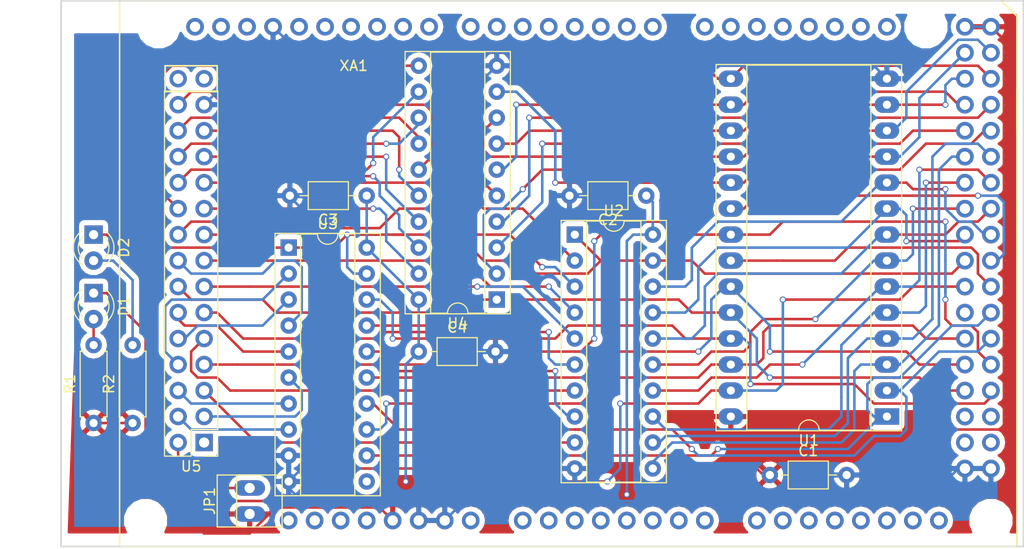
<source format=kicad_pcb>
(kicad_pcb (version 4) (host pcbnew 4.0.6)
  (layers (0 F.Cu signal) (31 B.Cu signal hide) (34 B.Paste user hide) (35 F.Paste user hide) (36 B.SilkS user hide) (37 F.SilkS user) (38 B.Mask user hide) (39 F.Mask user hide) (44 Edge.Cuts user))
  (net 0 "")
  (net 1 VCC)
  (net 2 GND)
  (net 3 /A14)
  (net 4 /D3)
  (net 5 /A12)
  (net 6 /D4)
  (net 7 /A7)
  (net 8 /D5)
  (net 9 /A6)
  (net 10 /D6)
  (net 11 /A5)
  (net 12 /D7)
  (net 13 /A4)
  (net 14 "Net-(U1-Pad20)")
  (net 15 /A3)
  (net 16 /A10)
  (net 17 /A2)
  (net 18 "Net-(U1-Pad22)")
  (net 19 /A1)
  (net 20 /A11)
  (net 21 /A0)
  (net 22 /A9)
  (net 23 /D0)
  (net 24 /A8)
  (net 25 /D1)
  (net 26 /A13)
  (net 27 /D2)
  (net 28 /RA0)
  (net 29 /RA1)
  (net 30 /RA2)
  (net 31 /RA3)
  (net 32 /RA4)
  (net 33 /RA5)
  (net 34 /RA6)
  (net 35 /RA7)
  (net 36 /RA8)
  (net 37 /RA9)
  (net 38 /RA10)
  (net 39 /RA11)
  (net 40 /RA12)
  (net 41 /RA13)
  (net 42 /RA14)
  (net 43 "Net-(U4-Pad1)")
  (net 44 /RD7)
  (net 45 /RD6)
  (net 46 /RD5)
  (net 47 /RD4)
  (net 48 /RD3)
  (net 49 /RD2)
  (net 50 /RD1)
  (net 51 /RD0)
  (net 52 "Net-(U4-Pad19)")
  (net 53 "Net-(D1-Pad1)")
  (net 54 "Net-(D1-Pad2)")
  (net 55 "Net-(D2-Pad1)")
  (net 56 "Net-(D2-Pad2)")
  (net 57 "Net-(JP1-Pad2)")
  (module pinHeaderRenumbered:Arduino_Mega_cleaned (layer F.Cu) (at 102.87 145.415)
    (fp_text reference XA1 (at 34.29 -46.99) (layer F.SilkS))
    (fp_text value Arduino_Mega2560_Shield)
    (pad A0 thru_hole oval (at 50.8 -2.54) (size 1.7272 1.7272) (drill 1.016) (layers *.Cu *.Mask))
    (pad VIN thru_hole oval (at 45.72 -2.54) (size 1.7272 1.7272) (drill 1.016) (layers *.Cu *.Mask))
    (pad GND3 thru_hole oval (at 43.18 -2.54) (size 1.7272 1.7272) (drill 1.016) (layers *.Cu *.Mask) (net 2 GND))
    (pad GND2 thru_hole oval (at 40.64 -2.54) (size 1.7272 1.7272) (drill 1.016) (layers *.Cu *.Mask) (net 2 GND))
    (pad 5V1 thru_hole oval (at 38.1 -2.54) (size 1.7272 1.7272) (drill 1.016) (layers *.Cu *.Mask) (net 1 VCC))
    (pad 3V3 thru_hole oval (at 35.56 -2.54) (size 1.7272 1.7272) (drill 1.016) (layers *.Cu *.Mask))
    (pad RST1 thru_hole oval (at 33.02 -2.54) (size 1.7272 1.7272) (drill 1.016) (layers *.Cu *.Mask))
    (pad IORF thru_hole oval (at 30.48 -2.54) (size 1.7272 1.7272) (drill 1.016) (layers *.Cu *.Mask))
    (pad D21 thru_hole oval (at 86.36 -50.8) (size 1.7272 1.7272) (drill 1.016) (layers *.Cu *.Mask))
    (pad D20 thru_hole oval (at 83.82 -50.8) (size 1.7272 1.7272) (drill 1.016) (layers *.Cu *.Mask))
    (pad D19 thru_hole oval (at 81.28 -50.8) (size 1.7272 1.7272) (drill 1.016) (layers *.Cu *.Mask))
    (pad D18 thru_hole oval (at 78.74 -50.8) (size 1.7272 1.7272) (drill 1.016) (layers *.Cu *.Mask))
    (pad D17 thru_hole oval (at 76.2 -50.8) (size 1.7272 1.7272) (drill 1.016) (layers *.Cu *.Mask))
    (pad D16 thru_hole oval (at 73.66 -50.8) (size 1.7272 1.7272) (drill 1.016) (layers *.Cu *.Mask))
    (pad D15 thru_hole oval (at 71.12 -50.8) (size 1.7272 1.7272) (drill 1.016) (layers *.Cu *.Mask))
    (pad D14 thru_hole oval (at 68.58 -50.8) (size 1.7272 1.7272) (drill 1.016) (layers *.Cu *.Mask))
    (pad D0 thru_hole oval (at 63.5 -50.8) (size 1.7272 1.7272) (drill 1.016) (layers *.Cu *.Mask))
    (pad D1 thru_hole oval (at 60.96 -50.8) (size 1.7272 1.7272) (drill 1.016) (layers *.Cu *.Mask))
    (pad D2 thru_hole oval (at 58.42 -50.8) (size 1.7272 1.7272) (drill 1.016) (layers *.Cu *.Mask))
    (pad D3 thru_hole oval (at 55.88 -50.8) (size 1.7272 1.7272) (drill 1.016) (layers *.Cu *.Mask))
    (pad D4 thru_hole oval (at 53.34 -50.8) (size 1.7272 1.7272) (drill 1.016) (layers *.Cu *.Mask))
    (pad D5 thru_hole oval (at 50.8 -50.8) (size 1.7272 1.7272) (drill 1.016) (layers *.Cu *.Mask))
    (pad D6 thru_hole oval (at 48.26 -50.8) (size 1.7272 1.7272) (drill 1.016) (layers *.Cu *.Mask))
    (pad D7 thru_hole oval (at 45.72 -50.8) (size 1.7272 1.7272) (drill 1.016) (layers *.Cu *.Mask))
    (pad GND1 thru_hole oval (at 26.416 -50.8) (size 1.7272 1.7272) (drill 1.016) (layers *.Cu *.Mask) (net 2 GND))
    (pad D8 thru_hole oval (at 41.656 -50.8) (size 1.7272 1.7272) (drill 1.016) (layers *.Cu *.Mask))
    (pad D9 thru_hole oval (at 39.116 -50.8) (size 1.7272 1.7272) (drill 1.016) (layers *.Cu *.Mask))
    (pad D10 thru_hole oval (at 36.576 -50.8) (size 1.7272 1.7272) (drill 1.016) (layers *.Cu *.Mask))
    (pad "" np_thru_hole circle (at 90.17 -50.8) (size 3.2 3.2) (drill 3.2) (layers *.Cu *.Mask))
    (pad "" np_thru_hole circle (at 15.24 -50.8) (size 3.2 3.2) (drill 3.2) (layers *.Cu *.Mask))
    (pad "" np_thru_hole circle (at 96.52 -2.54) (size 3.2 3.2) (drill 3.2) (layers *.Cu *.Mask))
    (pad "" np_thru_hole circle (at 13.97 -2.54) (size 3.2 3.2) (drill 3.2) (layers *.Cu *.Mask))
    (pad SCL thru_hole oval (at 18.796 -50.8) (size 1.7272 1.7272) (drill 1.016) (layers *.Cu *.Mask))
    (pad SDA thru_hole oval (at 21.336 -50.8) (size 1.7272 1.7272) (drill 1.016) (layers *.Cu *.Mask))
    (pad AREF thru_hole oval (at 23.876 -50.8) (size 1.7272 1.7272) (drill 1.016) (layers *.Cu *.Mask))
    (pad D13 thru_hole oval (at 28.956 -50.8) (size 1.7272 1.7272) (drill 1.016) (layers *.Cu *.Mask))
    (pad D12 thru_hole oval (at 31.496 -50.8) (size 1.7272 1.7272) (drill 1.016) (layers *.Cu *.Mask))
    (pad D11 thru_hole oval (at 34.036 -50.8) (size 1.7272 1.7272) (drill 1.016) (layers *.Cu *.Mask))
    (pad "" thru_hole oval (at 27.94 -2.54) (size 1.7272 1.7272) (drill 1.016) (layers *.Cu *.Mask))
    (pad A1 thru_hole oval (at 53.34 -2.54) (size 1.7272 1.7272) (drill 1.016) (layers *.Cu *.Mask))
    (pad A2 thru_hole oval (at 55.88 -2.54) (size 1.7272 1.7272) (drill 1.016) (layers *.Cu *.Mask))
    (pad A3 thru_hole oval (at 58.42 -2.54) (size 1.7272 1.7272) (drill 1.016) (layers *.Cu *.Mask))
    (pad A4 thru_hole oval (at 60.96 -2.54) (size 1.7272 1.7272) (drill 1.016) (layers *.Cu *.Mask))
    (pad A5 thru_hole oval (at 63.5 -2.54) (size 1.7272 1.7272) (drill 1.016) (layers *.Cu *.Mask))
    (pad A6 thru_hole oval (at 66.04 -2.54) (size 1.7272 1.7272) (drill 1.016) (layers *.Cu *.Mask))
    (pad A7 thru_hole oval (at 68.58 -2.54) (size 1.7272 1.7272) (drill 1.016) (layers *.Cu *.Mask))
    (pad A8 thru_hole oval (at 73.66 -2.54) (size 1.7272 1.7272) (drill 1.016) (layers *.Cu *.Mask))
    (pad A9 thru_hole oval (at 76.2 -2.54) (size 1.7272 1.7272) (drill 1.016) (layers *.Cu *.Mask))
    (pad A10 thru_hole oval (at 78.74 -2.54) (size 1.7272 1.7272) (drill 1.016) (layers *.Cu *.Mask))
    (pad A11 thru_hole oval (at 81.28 -2.54) (size 1.7272 1.7272) (drill 1.016) (layers *.Cu *.Mask))
    (pad A12 thru_hole oval (at 83.82 -2.54) (size 1.7272 1.7272) (drill 1.016) (layers *.Cu *.Mask))
    (pad A13 thru_hole oval (at 86.36 -2.54) (size 1.7272 1.7272) (drill 1.016) (layers *.Cu *.Mask))
    (pad A14 thru_hole oval (at 88.9 -2.54) (size 1.7272 1.7272) (drill 1.016) (layers *.Cu *.Mask))
    (pad A15 thru_hole oval (at 91.44 -2.54) (size 1.7272 1.7272) (drill 1.016) (layers *.Cu *.Mask))
    (pad 5V3 thru_hole oval (at 93.98 -50.8) (size 1.7272 1.7272) (drill 1.016) (layers *.Cu *.Mask) (net 1 VCC))
    (pad 5V4 thru_hole oval (at 96.52 -50.8) (size 1.7272 1.7272) (drill 1.016) (layers *.Cu *.Mask) (net 1 VCC))
    (pad D22 thru_hole oval (at 93.98 -48.26) (size 1.7272 1.7272) (drill 1.016) (layers *.Cu *.Mask) (net 23 /D0))
    (pad D23 thru_hole oval (at 96.52 -48.26) (size 1.7272 1.7272) (drill 1.016) (layers *.Cu *.Mask) (net 25 /D1))
    (pad D24 thru_hole oval (at 93.98 -45.72) (size 1.7272 1.7272) (drill 1.016) (layers *.Cu *.Mask) (net 27 /D2))
    (pad D25 thru_hole oval (at 96.52 -45.72) (size 1.7272 1.7272) (drill 1.016) (layers *.Cu *.Mask) (net 4 /D3))
    (pad D26 thru_hole oval (at 93.98 -43.18) (size 1.7272 1.7272) (drill 1.016) (layers *.Cu *.Mask) (net 6 /D4))
    (pad D27 thru_hole oval (at 96.52 -43.18) (size 1.7272 1.7272) (drill 1.016) (layers *.Cu *.Mask) (net 8 /D5))
    (pad D28 thru_hole oval (at 93.98 -40.64) (size 1.7272 1.7272) (drill 1.016) (layers *.Cu *.Mask) (net 10 /D6))
    (pad D29 thru_hole oval (at 96.52 -40.64) (size 1.7272 1.7272) (drill 1.016) (layers *.Cu *.Mask) (net 12 /D7))
    (pad D30 thru_hole oval (at 93.98 -38.1) (size 1.7272 1.7272) (drill 1.016) (layers *.Cu *.Mask) (net 7 /A7))
    (pad D31 thru_hole oval (at 96.52 -38.1) (size 1.7272 1.7272) (drill 1.016) (layers *.Cu *.Mask) (net 9 /A6))
    (pad D32 thru_hole oval (at 93.98 -35.56) (size 1.7272 1.7272) (drill 1.016) (layers *.Cu *.Mask) (net 11 /A5))
    (pad D33 thru_hole oval (at 96.52 -35.56) (size 1.7272 1.7272) (drill 1.016) (layers *.Cu *.Mask) (net 13 /A4))
    (pad D34 thru_hole oval (at 93.98 -33.02) (size 1.7272 1.7272) (drill 1.016) (layers *.Cu *.Mask) (net 15 /A3))
    (pad D35 thru_hole oval (at 96.52 -33.02) (size 1.7272 1.7272) (drill 1.016) (layers *.Cu *.Mask) (net 17 /A2))
    (pad D36 thru_hole oval (at 93.98 -30.48) (size 1.7272 1.7272) (drill 1.016) (layers *.Cu *.Mask) (net 19 /A1))
    (pad D37 thru_hole oval (at 96.52 -30.48) (size 1.7272 1.7272) (drill 1.016) (layers *.Cu *.Mask) (net 21 /A0))
    (pad D38 thru_hole oval (at 93.98 -27.94) (size 1.7272 1.7272) (drill 1.016) (layers *.Cu *.Mask) (net 55 "Net-(D2-Pad1)"))
    (pad D39 thru_hole oval (at 96.52 -27.94) (size 1.7272 1.7272) (drill 1.016) (layers *.Cu *.Mask) (net 14 "Net-(U1-Pad20)"))
    (pad D40 thru_hole oval (at 93.98 -25.4) (size 1.7272 1.7272) (drill 1.016) (layers *.Cu *.Mask) (net 53 "Net-(D1-Pad1)"))
    (pad D41 thru_hole oval (at 96.52 -25.4) (size 1.7272 1.7272) (drill 1.016) (layers *.Cu *.Mask) (net 18 "Net-(U1-Pad22)"))
    (pad D42 thru_hole oval (at 93.98 -22.86) (size 1.7272 1.7272) (drill 1.016) (layers *.Cu *.Mask))
    (pad D43 thru_hole oval (at 96.52 -22.86) (size 1.7272 1.7272) (drill 1.016) (layers *.Cu *.Mask) (net 3 /A14))
    (pad D44 thru_hole oval (at 93.98 -20.32) (size 1.7272 1.7272) (drill 1.016) (layers *.Cu *.Mask) (net 26 /A13))
    (pad D45 thru_hole oval (at 96.52 -20.32) (size 1.7272 1.7272) (drill 1.016) (layers *.Cu *.Mask) (net 5 /A12))
    (pad D46 thru_hole oval (at 93.98 -17.78) (size 1.7272 1.7272) (drill 1.016) (layers *.Cu *.Mask) (net 20 /A11))
    (pad D47 thru_hole oval (at 96.52 -17.78) (size 1.7272 1.7272) (drill 1.016) (layers *.Cu *.Mask) (net 16 /A10))
    (pad D48 thru_hole oval (at 93.98 -15.24) (size 1.7272 1.7272) (drill 1.016) (layers *.Cu *.Mask) (net 22 /A9))
    (pad D49 thru_hole oval (at 96.52 -15.24) (size 1.7272 1.7272) (drill 1.016) (layers *.Cu *.Mask) (net 24 /A8))
    (pad D50 thru_hole oval (at 93.98 -12.7) (size 1.7272 1.7272) (drill 1.016) (layers *.Cu *.Mask))
    (pad D51 thru_hole oval (at 96.52 -12.7) (size 1.7272 1.7272) (drill 1.016) (layers *.Cu *.Mask))
    (pad D52 thru_hole oval (at 93.98 -10.16) (size 1.7272 1.7272) (drill 1.016) (layers *.Cu *.Mask))
    (pad D53 thru_hole oval (at 96.52 -10.16) (size 1.7272 1.7272) (drill 1.016) (layers *.Cu *.Mask))
    (pad GND5 thru_hole oval (at 93.98 -7.62) (size 1.7272 1.7272) (drill 1.016) (layers *.Cu *.Mask) (net 2 GND))
    (pad GND6 thru_hole oval (at 96.52 -7.62) (size 1.7272 1.7272) (drill 1.016) (layers *.Cu *.Mask) (net 2 GND))
  )
  (module Connectors:PINHEAD1-2 (layer F.Cu) (at 127 142.24 90)
    (fp_text reference JP1 (at 1.27 -3.9 90) (layer F.SilkS))
    (fp_text value VCCArduino)
    (pad 1 thru_hole oval (at 0 0 90) (size 1.51 3.01) (drill 1) (layers *.Cu *.Mask) (net 1 VCC))
    (pad 2 thru_hole oval (at 2.54 0 90) (size 1.51 3.01) (drill 1) (layers *.Cu *.Mask) (net 57 "Net-(JP1-Pad2)"))
  )
  (module Capacitors_THT:C_Axial_L3.8mm_D2.6mm_P7.50mm_Horizontal (layer F.Cu) (at 177.8 138.43)
    (fp_text reference C1 (at 3.75 -2.36) (layer F.SilkS))
    (fp_text value 100nF)
    (pad 1 thru_hole circle (at 0 0) (size 1.6 1.6) (drill 0.8) (layers *.Cu *.Mask) (net 1 VCC))
    (pad 2 thru_hole oval (at 7.5 0) (size 1.6 1.6) (drill 0.8) (layers *.Cu *.Mask) (net 2 GND))
  )
  (module Housings_DIP:DIP-20_W7.62mm_Socket (layer F.Cu) (at 130.81 116.205)
    (fp_text reference U3 (at 3.81 -2.33) (layer F.SilkS))
    (fp_text value 74LS541)
    (pad 1 thru_hole rect (at 0 0) (size 1.6 1.6) (drill 0.8) (layers *.Cu *.Mask) (net 55 "Net-(D2-Pad1)"))
    (pad 11 thru_hole oval (at 7.62 22.86) (size 1.6 1.6) (drill 0.8) (layers *.Cu *.Mask))
    (pad 2 thru_hole oval (at 0 2.54) (size 1.6 1.6) (drill 0.8) (layers *.Cu *.Mask) (net 36 /RA8))
    (pad 12 thru_hole oval (at 7.62 20.32) (size 1.6 1.6) (drill 0.8) (layers *.Cu *.Mask) (net 3 /A14))
    (pad 3 thru_hole oval (at 0 5.08) (size 1.6 1.6) (drill 0.8) (layers *.Cu *.Mask) (net 37 /RA9))
    (pad 13 thru_hole oval (at 7.62 17.78) (size 1.6 1.6) (drill 0.8) (layers *.Cu *.Mask) (net 26 /A13))
    (pad 4 thru_hole oval (at 0 7.62) (size 1.6 1.6) (drill 0.8) (layers *.Cu *.Mask) (net 38 /RA10))
    (pad 14 thru_hole oval (at 7.62 15.24) (size 1.6 1.6) (drill 0.8) (layers *.Cu *.Mask) (net 5 /A12))
    (pad 5 thru_hole oval (at 0 10.16) (size 1.6 1.6) (drill 0.8) (layers *.Cu *.Mask) (net 39 /RA11))
    (pad 15 thru_hole oval (at 7.62 12.7) (size 1.6 1.6) (drill 0.8) (layers *.Cu *.Mask) (net 20 /A11))
    (pad 6 thru_hole oval (at 0 12.7) (size 1.6 1.6) (drill 0.8) (layers *.Cu *.Mask) (net 40 /RA12))
    (pad 16 thru_hole oval (at 7.62 10.16) (size 1.6 1.6) (drill 0.8) (layers *.Cu *.Mask) (net 16 /A10))
    (pad 7 thru_hole oval (at 0 15.24) (size 1.6 1.6) (drill 0.8) (layers *.Cu *.Mask) (net 41 /RA13))
    (pad 17 thru_hole oval (at 7.62 7.62) (size 1.6 1.6) (drill 0.8) (layers *.Cu *.Mask) (net 22 /A9))
    (pad 8 thru_hole oval (at 0 17.78) (size 1.6 1.6) (drill 0.8) (layers *.Cu *.Mask) (net 42 /RA14))
    (pad 18 thru_hole oval (at 7.62 5.08) (size 1.6 1.6) (drill 0.8) (layers *.Cu *.Mask) (net 24 /A8))
    (pad 9 thru_hole oval (at 0 20.32) (size 1.6 1.6) (drill 0.8) (layers *.Cu *.Mask) (net 2 GND))
    (pad 19 thru_hole oval (at 7.62 2.54) (size 1.6 1.6) (drill 0.8) (layers *.Cu *.Mask) (net 55 "Net-(D2-Pad1)"))
    (pad 10 thru_hole oval (at 0 22.86) (size 1.6 1.6) (drill 0.8) (layers *.Cu *.Mask) (net 2 GND))
    (pad 20 thru_hole oval (at 7.62 0) (size 1.6 1.6) (drill 0.8) (layers *.Cu *.Mask) (net 1 VCC))
  )
  (module Housings_DIP:DIP-28_W15.24mm_Socket_LongPads (layer F.Cu) (at 189.23 132.715 180)
    (fp_text reference U1 (at 7.62 -2.33 180) (layer F.SilkS))
    (fp_text value HM62256BLFP-7ULT)
    (pad 1 thru_hole rect (at 0 0 180) (size 2.4 1.6) (drill 0.8) (layers *.Cu *.Mask) (net 3 /A14))
    (pad 15 thru_hole oval (at 15.24 33.02 180) (size 2.4 1.6) (drill 0.8) (layers *.Cu *.Mask) (net 4 /D3))
    (pad 2 thru_hole oval (at 0 2.54 180) (size 2.4 1.6) (drill 0.8) (layers *.Cu *.Mask) (net 5 /A12))
    (pad 16 thru_hole oval (at 15.24 30.48 180) (size 2.4 1.6) (drill 0.8) (layers *.Cu *.Mask) (net 6 /D4))
    (pad 3 thru_hole oval (at 0 5.08 180) (size 2.4 1.6) (drill 0.8) (layers *.Cu *.Mask) (net 7 /A7))
    (pad 17 thru_hole oval (at 15.24 27.94 180) (size 2.4 1.6) (drill 0.8) (layers *.Cu *.Mask) (net 8 /D5))
    (pad 4 thru_hole oval (at 0 7.62 180) (size 2.4 1.6) (drill 0.8) (layers *.Cu *.Mask) (net 9 /A6))
    (pad 18 thru_hole oval (at 15.24 25.4 180) (size 2.4 1.6) (drill 0.8) (layers *.Cu *.Mask) (net 10 /D6))
    (pad 5 thru_hole oval (at 0 10.16 180) (size 2.4 1.6) (drill 0.8) (layers *.Cu *.Mask) (net 11 /A5))
    (pad 19 thru_hole oval (at 15.24 22.86 180) (size 2.4 1.6) (drill 0.8) (layers *.Cu *.Mask) (net 12 /D7))
    (pad 6 thru_hole oval (at 0 12.7 180) (size 2.4 1.6) (drill 0.8) (layers *.Cu *.Mask) (net 13 /A4))
    (pad 20 thru_hole oval (at 15.24 20.32 180) (size 2.4 1.6) (drill 0.8) (layers *.Cu *.Mask) (net 14 "Net-(U1-Pad20)"))
    (pad 7 thru_hole oval (at 0 15.24 180) (size 2.4 1.6) (drill 0.8) (layers *.Cu *.Mask) (net 15 /A3))
    (pad 21 thru_hole oval (at 15.24 17.78 180) (size 2.4 1.6) (drill 0.8) (layers *.Cu *.Mask) (net 16 /A10))
    (pad 8 thru_hole oval (at 0 17.78 180) (size 2.4 1.6) (drill 0.8) (layers *.Cu *.Mask) (net 17 /A2))
    (pad 22 thru_hole oval (at 15.24 15.24 180) (size 2.4 1.6) (drill 0.8) (layers *.Cu *.Mask) (net 18 "Net-(U1-Pad22)"))
    (pad 9 thru_hole oval (at 0 20.32 180) (size 2.4 1.6) (drill 0.8) (layers *.Cu *.Mask) (net 19 /A1))
    (pad 23 thru_hole oval (at 15.24 12.7 180) (size 2.4 1.6) (drill 0.8) (layers *.Cu *.Mask) (net 20 /A11))
    (pad 10 thru_hole oval (at 0 22.86 180) (size 2.4 1.6) (drill 0.8) (layers *.Cu *.Mask) (net 21 /A0))
    (pad 24 thru_hole oval (at 15.24 10.16 180) (size 2.4 1.6) (drill 0.8) (layers *.Cu *.Mask) (net 22 /A9))
    (pad 11 thru_hole oval (at 0 25.4 180) (size 2.4 1.6) (drill 0.8) (layers *.Cu *.Mask) (net 23 /D0))
    (pad 25 thru_hole oval (at 15.24 7.62 180) (size 2.4 1.6) (drill 0.8) (layers *.Cu *.Mask) (net 24 /A8))
    (pad 12 thru_hole oval (at 0 27.94 180) (size 2.4 1.6) (drill 0.8) (layers *.Cu *.Mask) (net 25 /D1))
    (pad 26 thru_hole oval (at 15.24 5.08 180) (size 2.4 1.6) (drill 0.8) (layers *.Cu *.Mask) (net 26 /A13))
    (pad 13 thru_hole oval (at 0 30.48 180) (size 2.4 1.6) (drill 0.8) (layers *.Cu *.Mask) (net 27 /D2))
    (pad 27 thru_hole oval (at 15.24 2.54 180) (size 2.4 1.6) (drill 0.8) (layers *.Cu *.Mask) (net 53 "Net-(D1-Pad1)"))
    (pad 14 thru_hole oval (at 0 33.02 180) (size 2.4 1.6) (drill 0.8) (layers *.Cu *.Mask) (net 2 GND))
    (pad 28 thru_hole oval (at 15.24 0 180) (size 2.4 1.6) (drill 0.8) (layers *.Cu *.Mask) (net 1 VCC))
  )
  (module Housings_DIP:DIP-20_W7.62mm_Socket (layer F.Cu) (at 158.75 114.935)
    (fp_text reference U2 (at 3.81 -2.33) (layer F.SilkS))
    (fp_text value 74LS541)
    (pad 1 thru_hole rect (at 0 0) (size 1.6 1.6) (drill 0.8) (layers *.Cu *.Mask) (net 55 "Net-(D2-Pad1)"))
    (pad 11 thru_hole oval (at 7.62 22.86) (size 1.6 1.6) (drill 0.8) (layers *.Cu *.Mask) (net 7 /A7))
    (pad 2 thru_hole oval (at 0 2.54) (size 1.6 1.6) (drill 0.8) (layers *.Cu *.Mask) (net 28 /RA0))
    (pad 12 thru_hole oval (at 7.62 20.32) (size 1.6 1.6) (drill 0.8) (layers *.Cu *.Mask) (net 9 /A6))
    (pad 3 thru_hole oval (at 0 5.08) (size 1.6 1.6) (drill 0.8) (layers *.Cu *.Mask) (net 29 /RA1))
    (pad 13 thru_hole oval (at 7.62 17.78) (size 1.6 1.6) (drill 0.8) (layers *.Cu *.Mask) (net 11 /A5))
    (pad 4 thru_hole oval (at 0 7.62) (size 1.6 1.6) (drill 0.8) (layers *.Cu *.Mask) (net 30 /RA2))
    (pad 14 thru_hole oval (at 7.62 15.24) (size 1.6 1.6) (drill 0.8) (layers *.Cu *.Mask) (net 13 /A4))
    (pad 5 thru_hole oval (at 0 10.16) (size 1.6 1.6) (drill 0.8) (layers *.Cu *.Mask) (net 31 /RA3))
    (pad 15 thru_hole oval (at 7.62 12.7) (size 1.6 1.6) (drill 0.8) (layers *.Cu *.Mask) (net 15 /A3))
    (pad 6 thru_hole oval (at 0 12.7) (size 1.6 1.6) (drill 0.8) (layers *.Cu *.Mask) (net 32 /RA4))
    (pad 16 thru_hole oval (at 7.62 10.16) (size 1.6 1.6) (drill 0.8) (layers *.Cu *.Mask) (net 17 /A2))
    (pad 7 thru_hole oval (at 0 15.24) (size 1.6 1.6) (drill 0.8) (layers *.Cu *.Mask) (net 33 /RA5))
    (pad 17 thru_hole oval (at 7.62 7.62) (size 1.6 1.6) (drill 0.8) (layers *.Cu *.Mask) (net 19 /A1))
    (pad 8 thru_hole oval (at 0 17.78) (size 1.6 1.6) (drill 0.8) (layers *.Cu *.Mask) (net 34 /RA6))
    (pad 18 thru_hole oval (at 7.62 5.08) (size 1.6 1.6) (drill 0.8) (layers *.Cu *.Mask) (net 21 /A0))
    (pad 9 thru_hole oval (at 0 20.32) (size 1.6 1.6) (drill 0.8) (layers *.Cu *.Mask) (net 35 /RA7))
    (pad 19 thru_hole oval (at 7.62 2.54) (size 1.6 1.6) (drill 0.8) (layers *.Cu *.Mask) (net 55 "Net-(D2-Pad1)"))
    (pad 10 thru_hole oval (at 0 22.86) (size 1.6 1.6) (drill 0.8) (layers *.Cu *.Mask) (net 2 GND))
    (pad 20 thru_hole oval (at 7.62 0) (size 1.6 1.6) (drill 0.8) (layers *.Cu *.Mask) (net 1 VCC))
  )
  (module Housings_DIP:DIP-20_W7.62mm_Socket (layer F.Cu) (at 151.13 121.285 180)
    (fp_text reference U4 (at 3.81 -2.33 180) (layer F.SilkS))
    (fp_text value 74LS541)
    (pad 1 thru_hole rect (at 0 0 180) (size 1.6 1.6) (drill 0.8) (layers *.Cu *.Mask) (net 43 "Net-(U4-Pad1)"))
    (pad 11 thru_hole oval (at 7.62 22.86 180) (size 1.6 1.6) (drill 0.8) (layers *.Cu *.Mask) (net 44 /RD7))
    (pad 2 thru_hole oval (at 0 2.54 180) (size 1.6 1.6) (drill 0.8) (layers *.Cu *.Mask) (net 23 /D0))
    (pad 12 thru_hole oval (at 7.62 20.32 180) (size 1.6 1.6) (drill 0.8) (layers *.Cu *.Mask) (net 45 /RD6))
    (pad 3 thru_hole oval (at 0 5.08 180) (size 1.6 1.6) (drill 0.8) (layers *.Cu *.Mask) (net 25 /D1))
    (pad 13 thru_hole oval (at 7.62 17.78 180) (size 1.6 1.6) (drill 0.8) (layers *.Cu *.Mask) (net 46 /RD5))
    (pad 4 thru_hole oval (at 0 7.62 180) (size 1.6 1.6) (drill 0.8) (layers *.Cu *.Mask) (net 27 /D2))
    (pad 14 thru_hole oval (at 7.62 15.24 180) (size 1.6 1.6) (drill 0.8) (layers *.Cu *.Mask) (net 47 /RD4))
    (pad 5 thru_hole oval (at 0 10.16 180) (size 1.6 1.6) (drill 0.8) (layers *.Cu *.Mask) (net 4 /D3))
    (pad 15 thru_hole oval (at 7.62 12.7 180) (size 1.6 1.6) (drill 0.8) (layers *.Cu *.Mask) (net 48 /RD3))
    (pad 6 thru_hole oval (at 0 12.7 180) (size 1.6 1.6) (drill 0.8) (layers *.Cu *.Mask) (net 6 /D4))
    (pad 16 thru_hole oval (at 7.62 10.16 180) (size 1.6 1.6) (drill 0.8) (layers *.Cu *.Mask) (net 49 /RD2))
    (pad 7 thru_hole oval (at 0 15.24 180) (size 1.6 1.6) (drill 0.8) (layers *.Cu *.Mask) (net 8 /D5))
    (pad 17 thru_hole oval (at 7.62 7.62 180) (size 1.6 1.6) (drill 0.8) (layers *.Cu *.Mask) (net 50 /RD1))
    (pad 8 thru_hole oval (at 0 17.78 180) (size 1.6 1.6) (drill 0.8) (layers *.Cu *.Mask) (net 10 /D6))
    (pad 18 thru_hole oval (at 7.62 5.08 180) (size 1.6 1.6) (drill 0.8) (layers *.Cu *.Mask) (net 51 /RD0))
    (pad 9 thru_hole oval (at 0 20.32 180) (size 1.6 1.6) (drill 0.8) (layers *.Cu *.Mask) (net 12 /D7))
    (pad 19 thru_hole oval (at 7.62 2.54 180) (size 1.6 1.6) (drill 0.8) (layers *.Cu *.Mask) (net 52 "Net-(U4-Pad19)"))
    (pad 10 thru_hole oval (at 0 22.86 180) (size 1.6 1.6) (drill 0.8) (layers *.Cu *.Mask) (net 2 GND))
    (pad 20 thru_hole oval (at 7.62 0 180) (size 1.6 1.6) (drill 0.8) (layers *.Cu *.Mask) (net 1 VCC))
  )
  (module Capacitors_THT:C_Axial_L3.8mm_D2.6mm_P7.50mm_Horizontal (layer F.Cu) (at 165.735 111.125 180)
    (fp_text reference C2 (at 3.75 -2.36 180) (layer F.SilkS))
    (fp_text value 100nF)
    (pad 1 thru_hole circle (at 0 0 180) (size 1.6 1.6) (drill 0.8) (layers *.Cu *.Mask) (net 1 VCC))
    (pad 2 thru_hole oval (at 7.5 0 180) (size 1.6 1.6) (drill 0.8) (layers *.Cu *.Mask) (net 2 GND))
  )
  (module Capacitors_THT:C_Axial_L3.8mm_D2.6mm_P7.50mm_Horizontal (layer F.Cu) (at 138.43 111.125 180)
    (fp_text reference C3 (at 3.75 -2.36 180) (layer F.SilkS))
    (fp_text value 100nF)
    (pad 1 thru_hole circle (at 0 0 180) (size 1.6 1.6) (drill 0.8) (layers *.Cu *.Mask) (net 1 VCC))
    (pad 2 thru_hole oval (at 7.5 0 180) (size 1.6 1.6) (drill 0.8) (layers *.Cu *.Mask) (net 2 GND))
  )
  (module Capacitors_THT:C_Axial_L3.8mm_D2.6mm_P7.50mm_Horizontal (layer F.Cu) (at 143.51 126.365)
    (fp_text reference C4 (at 3.75 -2.36) (layer F.SilkS))
    (fp_text value 100nF)
    (pad 1 thru_hole circle (at 0 0) (size 1.6 1.6) (drill 0.8) (layers *.Cu *.Mask) (net 1 VCC))
    (pad 2 thru_hole oval (at 7.5 0) (size 1.6 1.6) (drill 0.8) (layers *.Cu *.Mask) (net 2 GND))
  )
  (module LEDs:LED_D3.0mm (layer F.Cu) (at 111.76 120.65 270)
    (fp_text reference D1 (at 1.27 -2.96 270) (layer F.SilkS))
    (fp_text value LED)
    (pad 1 thru_hole rect (at 0 0 270) (size 1.8 1.8) (drill 0.9) (layers *.Cu *.Mask) (net 53 "Net-(D1-Pad1)"))
    (pad 2 thru_hole circle (at 2.54 0 270) (size 1.8 1.8) (drill 0.9) (layers *.Cu *.Mask) (net 54 "Net-(D1-Pad2)"))
  )
  (module LEDs:LED_D3.0mm (layer F.Cu) (at 111.76 114.935 270)
    (fp_text reference D2 (at 1.27 -2.96 270) (layer F.SilkS))
    (fp_text value LED)
    (pad 1 thru_hole rect (at 0 0 270) (size 1.8 1.8) (drill 0.9) (layers *.Cu *.Mask) (net 55 "Net-(D2-Pad1)"))
    (pad 2 thru_hole circle (at 2.54 0 270) (size 1.8 1.8) (drill 0.9) (layers *.Cu *.Mask) (net 56 "Net-(D2-Pad2)"))
  )
  (module Resistors_THT:R_Axial_DIN0207_L6.3mm_D2.5mm_P7.62mm_Horizontal (layer F.Cu) (at 111.76 133.35 90)
    (fp_text reference R1 (at 3.81 -2.31 90) (layer F.SilkS))
    (fp_text value 680R)
    (pad 1 thru_hole circle (at 0 0 90) (size 1.6 1.6) (drill 0.8) (layers *.Cu *.Mask) (net 1 VCC))
    (pad 2 thru_hole oval (at 7.62 0 90) (size 1.6 1.6) (drill 0.8) (layers *.Cu *.Mask) (net 54 "Net-(D1-Pad2)"))
  )
  (module Resistors_THT:R_Axial_DIN0207_L6.3mm_D2.5mm_P7.62mm_Horizontal (layer F.Cu) (at 115.57 133.35 90)
    (fp_text reference R2 (at 3.81 -2.31 90) (layer F.SilkS))
    (fp_text value 680R)
    (pad 1 thru_hole circle (at 0 0 90) (size 1.6 1.6) (drill 0.8) (layers *.Cu *.Mask) (net 1 VCC))
    (pad 2 thru_hole oval (at 7.62 0 90) (size 1.6 1.6) (drill 0.8) (layers *.Cu *.Mask) (net 56 "Net-(D2-Pad2)"))
  )
  (module pinHeaderRenumbered:Pin_Header_DIP28_plus2 (layer F.Cu) (at 122.555 135.255 180)
    (fp_text reference U5 (at 1.27 -2.33 180) (layer F.SilkS))
    (fp_text value 27C256Socket)
    (pad 2 thru_hole oval (at 0 2.54 180) (size 1.7 1.7) (drill 1) (layers *.Cu *.Mask) (net 40 /RA12))
    (pad "" thru_hole oval (at 2.54 35.56 180) (size 1.7 1.7) (drill 1) (layers *.Cu *.Mask))
    (pad "" thru_hole oval (at 0 35.56 180) (size 1.7 1.7) (drill 1) (layers *.Cu *.Mask))
    (pad 1 thru_hole rect (at 0 0 180) (size 1.7 1.7) (drill 1) (layers *.Cu *.Mask))
    (pad 28 thru_hole oval (at 2.54 0 180) (size 1.7 1.7) (drill 1) (layers *.Cu *.Mask) (net 57 "Net-(JP1-Pad2)"))
    (pad 27 thru_hole oval (at 2.54 2.54 180) (size 1.7 1.7) (drill 1) (layers *.Cu *.Mask) (net 42 /RA14))
    (pad 3 thru_hole oval (at 0 5.08 180) (size 1.7 1.7) (drill 1) (layers *.Cu *.Mask) (net 35 /RA7))
    (pad 26 thru_hole oval (at 2.54 5.08 180) (size 1.7 1.7) (drill 1) (layers *.Cu *.Mask) (net 41 /RA13))
    (pad 4 thru_hole oval (at 0 7.62 180) (size 1.7 1.7) (drill 1) (layers *.Cu *.Mask) (net 34 /RA6))
    (pad 25 thru_hole oval (at 2.54 7.62 180) (size 1.7 1.7) (drill 1) (layers *.Cu *.Mask) (net 36 /RA8))
    (pad 5 thru_hole oval (at 0 10.16 180) (size 1.7 1.7) (drill 1) (layers *.Cu *.Mask) (net 33 /RA5))
    (pad 24 thru_hole oval (at 2.54 10.16 180) (size 1.7 1.7) (drill 1) (layers *.Cu *.Mask) (net 37 /RA9))
    (pad 6 thru_hole oval (at 0 12.7 180) (size 1.7 1.7) (drill 1) (layers *.Cu *.Mask) (net 32 /RA4))
    (pad 23 thru_hole oval (at 2.54 12.7 180) (size 1.7 1.7) (drill 1) (layers *.Cu *.Mask) (net 39 /RA11))
    (pad 7 thru_hole oval (at 0 15.24 180) (size 1.7 1.7) (drill 1) (layers *.Cu *.Mask) (net 31 /RA3))
    (pad 22 thru_hole oval (at 2.54 15.24 180) (size 1.7 1.7) (drill 1) (layers *.Cu *.Mask) (net 43 "Net-(U4-Pad1)"))
    (pad 8 thru_hole oval (at 0 17.78 180) (size 1.7 1.7) (drill 1) (layers *.Cu *.Mask) (net 30 /RA2))
    (pad 21 thru_hole oval (at 2.54 17.78 180) (size 1.7 1.7) (drill 1) (layers *.Cu *.Mask) (net 38 /RA10))
    (pad 9 thru_hole oval (at 0 20.32 180) (size 1.7 1.7) (drill 1) (layers *.Cu *.Mask) (net 29 /RA1))
    (pad 20 thru_hole oval (at 2.54 20.32 180) (size 1.7 1.7) (drill 1) (layers *.Cu *.Mask) (net 52 "Net-(U4-Pad19)"))
    (pad 10 thru_hole oval (at 0 22.86 180) (size 1.7 1.7) (drill 1) (layers *.Cu *.Mask) (net 28 /RA0))
    (pad 19 thru_hole oval (at 2.54 22.86 180) (size 1.7 1.7) (drill 1) (layers *.Cu *.Mask) (net 44 /RD7))
    (pad 11 thru_hole oval (at 0 25.4 180) (size 1.7 1.7) (drill 1) (layers *.Cu *.Mask) (net 51 /RD0))
    (pad 18 thru_hole oval (at 2.54 25.4 180) (size 1.7 1.7) (drill 1) (layers *.Cu *.Mask) (net 45 /RD6))
    (pad 12 thru_hole oval (at 0 27.94 180) (size 1.7 1.7) (drill 1) (layers *.Cu *.Mask) (net 50 /RD1))
    (pad 17 thru_hole oval (at 2.54 27.94 180) (size 1.7 1.7) (drill 1) (layers *.Cu *.Mask) (net 46 /RD5))
    (pad 13 thru_hole oval (at 0 30.48 180) (size 1.7 1.7) (drill 1) (layers *.Cu *.Mask) (net 49 /RD2))
    (pad 16 thru_hole oval (at 2.54 30.48 180) (size 1.7 1.7) (drill 1) (layers *.Cu *.Mask) (net 47 /RD4))
    (pad 14 thru_hole oval (at 0 33.02 180) (size 1.7 1.7) (drill 1) (layers *.Cu *.Mask) (net 2 GND))
    (pad 15 thru_hole oval (at 2.54 33.02 180) (size 1.7 1.7) (drill 1) (layers *.Cu *.Mask) (net 48 /RD3))
  )
  (gr_line (start 108.585 92.075) (end 108.585 92.71) (angle 90) (layer Edge.Cuts) (width 0.15))
  (gr_line (start 202.565 92.075) (end 108.585 92.075) (angle 90) (layer Edge.Cuts) (width 0.15))
  (gr_line (start 202.565 145.415) (end 202.565 92.075) (angle 90) (layer Edge.Cuts) (width 0.15))
  (gr_line (start 108.585 145.415) (end 202.565 145.415) (angle 90) (layer Edge.Cuts) (width 0.15))
  (gr_line (start 108.585 92.71) (end 108.585 145.415) (angle 90) (layer Edge.Cuts) (width 0.15))
  (segment (start 110.49 138.43) (end 118.11 138.43) (width 0.25) (layer F.Cu) (net 1))
  (segment (start 110.49 134.62) (end 110.49 138.43) (width 0.25) (layer F.Cu) (net 1))
  (segment (start 111.76 133.35) (end 110.49 134.62) (width 0.25) (layer F.Cu) (net 1))
  (segment (start 139.7 141.605) (end 140.97 142.875) (width 0.25) (layer F.Cu) (net 1))
  (segment (start 129.54 141.605) (end 139.7 141.605) (width 0.25) (layer F.Cu) (net 1))
  (segment (start 127 144.145) (end 129.54 141.605) (width 0.25) (layer F.Cu) (net 1))
  (segment (start 122.555 144.145) (end 127 144.145) (width 0.25) (layer F.Cu) (net 1))
  (segment (start 121.92 143.51) (end 122.555 144.145) (width 0.25) (layer F.Cu) (net 1))
  (segment (start 121.92 142.24) (end 121.92 143.51) (width 0.25) (layer F.Cu) (net 1))
  (segment (start 118.11 138.43) (end 121.92 142.24) (width 0.25) (layer F.Cu) (net 1))
  (segment (start 111.76 133.35) (end 115.57 133.35) (width 0.25) (layer F.Cu) (net 1))
  (segment (start 199.39 94.615) (end 200.025 94.615) (width 0.25) (layer B.Cu) (net 1))
  (segment (start 196.215 94.615) (end 199.39 94.615) (width 0.25) (layer B.Cu) (net 1))
  (segment (start 140.335 118.11) (end 143.51 121.285) (width 0.25) (layer B.Cu) (net 1))
  (segment (start 196.85 94.615) (end 199.39 94.615) (width 0.25) (layer F.Cu) (net 1))
  (segment (start 199.39 94.615) (end 200.66 95.885) (width 0.25) (layer F.Cu) (net 1))
  (segment (start 200.66 95.885) (end 199.39 94.615) (width 0.25) (layer F.Cu) (net 1))
  (segment (start 199.39 94.615) (end 200.66 95.885) (width 0.25) (layer F.Cu) (net 1))
  (segment (start 200.66 95.885) (end 200.66 133.985) (width 0.25) (layer F.Cu) (net 1))
  (segment (start 163.83 140.335) (end 175.895 140.335) (width 0.25) (layer F.Cu) (net 1))
  (segment (start 175.895 140.335) (end 177.8 138.43) (width 0.25) (layer F.Cu) (net 1))
  (segment (start 173.99 135.255) (end 194.31 135.255) (width 0.25) (layer F.Cu) (net 1))
  (segment (start 194.31 135.255) (end 195.58 133.985) (width 0.25) (layer F.Cu) (net 1))
  (segment (start 195.58 133.985) (end 200.66 133.985) (width 0.25) (layer F.Cu) (net 1))
  (segment (start 177.8 138.43) (end 177.165 138.43) (width 0.25) (layer F.Cu) (net 1))
  (segment (start 177.165 138.43) (end 173.99 135.255) (width 0.25) (layer F.Cu) (net 1))
  (segment (start 173.99 135.255) (end 173.99 132.715) (width 0.25) (layer F.Cu) (net 1))
  (segment (start 140.97 142.875) (end 140.97 140.335) (width 0.25) (layer F.Cu) (net 1))
  (segment (start 142.24 139.065) (end 145.415 139.065) (width 0.25) (layer F.Cu) (net 1))
  (segment (start 146.685 139.065) (end 151.13 139.065) (width 0.25) (layer F.Cu) (net 1))
  (segment (start 145.415 139.065) (end 146.685 139.065) (width 0.25) (layer F.Cu) (net 1))
  (segment (start 151.13 139.065) (end 152.4 140.335) (width 0.25) (layer F.Cu) (net 1))
  (segment (start 152.4 140.335) (end 157.48 140.335) (width 0.25) (layer F.Cu) (net 1))
  (segment (start 157.48 140.335) (end 163.83 140.335) (width 0.25) (layer F.Cu) (net 1))
  (segment (start 140.97 140.335) (end 142.24 139.065) (width 0.25) (layer F.Cu) (net 1))
  (via (at 142.24 139.065) (size 0.6) (drill 0.4) (layers F.Cu B.Cu) (net 1))
  (segment (start 142.24 139.065) (end 142.24 127.635) (width 0.25) (layer B.Cu) (net 1))
  (via (at 163.83 140.335) (size 0.6) (drill 0.4) (layers F.Cu B.Cu) (net 1))
  (segment (start 164.465 114.935) (end 166.37 114.935) (width 0.25) (layer B.Cu) (net 1))
  (segment (start 163.83 115.57) (end 164.465 114.935) (width 0.25) (layer B.Cu) (net 1))
  (segment (start 163.83 130.175) (end 163.83 115.57) (width 0.25) (layer B.Cu) (net 1))
  (segment (start 163.83 130.175) (end 163.83 130.81) (width 0.25) (layer B.Cu) (net 1))
  (segment (start 163.83 139.065) (end 163.83 140.335) (width 0.25) (layer B.Cu) (net 1))
  (segment (start 163.83 130.81) (end 163.83 139.065) (width 0.25) (layer B.Cu) (net 1))
  (segment (start 142.875 127) (end 143.51 126.365) (width 0.25) (layer B.Cu) (net 1))
  (segment (start 140.97 142.875) (end 140.97 142.24) (width 0.25) (layer F.Cu) (net 1))
  (segment (start 111.76 133.35) (end 112.395 133.35) (width 0.25) (layer B.Cu) (net 1))
  (segment (start 140.335 118.11) (end 138.43 116.205) (width 0.25) (layer B.Cu) (net 1))
  (segment (start 138.43 116.205) (end 138.43 111.125) (width 0.25) (layer B.Cu) (net 1))
  (segment (start 143.51 126.365) (end 143.51 121.285) (width 0.25) (layer B.Cu) (net 1))
  (segment (start 166.37 114.935) (end 166.37 111.76) (width 0.25) (layer B.Cu) (net 1))
  (segment (start 166.37 111.76) (end 165.735 111.125) (width 0.25) (layer B.Cu) (net 1))
  (segment (start 174.625 133.35) (end 173.99 132.715) (width 0.25) (layer B.Cu) (net 1))
  (segment (start 142.24 127.635) (end 142.875 127) (width 0.25) (layer B.Cu) (net 1))
  (segment (start 142.24 127.635) (end 142.875 127) (width 0.25) (layer B.Cu) (net 1))
  (segment (start 129.286 94.615) (end 129.286 94.869) (width 0.25) (layer F.Cu) (net 2))
  (segment (start 130.93 100.965) (end 123.825 100.965) (width 0.25) (layer B.Cu) (net 2))
  (segment (start 123.825 100.965) (end 122.555 102.235) (width 0.25) (layer B.Cu) (net 2))
  (segment (start 151.13 98.425) (end 187.96 98.425) (width 0.25) (layer B.Cu) (net 2))
  (segment (start 187.96 98.425) (end 189.23 99.695) (width 0.25) (layer B.Cu) (net 2))
  (segment (start 196.85 137.795) (end 199.39 137.795) (width 0.25) (layer B.Cu) (net 2))
  (segment (start 185.3 138.43) (end 192.405 138.43) (width 0.25) (layer B.Cu) (net 2))
  (segment (start 195.58 138.43) (end 196.215 137.795) (width 0.25) (layer B.Cu) (net 2))
  (segment (start 194.945 138.43) (end 195.58 138.43) (width 0.25) (layer B.Cu) (net 2))
  (segment (start 192.405 138.43) (end 194.945 138.43) (width 0.25) (layer B.Cu) (net 2))
  (segment (start 196.215 137.795) (end 196.85 137.795) (width 0.25) (layer B.Cu) (net 2))
  (segment (start 143.51 142.875) (end 143.51 141.605) (width 0.25) (layer B.Cu) (net 2))
  (segment (start 132.08 140.97) (end 130.81 139.7) (width 0.25) (layer B.Cu) (net 2))
  (segment (start 142.875 140.97) (end 132.08 140.97) (width 0.25) (layer B.Cu) (net 2))
  (segment (start 142.875 140.97) (end 142.875 140.97) (width 0.25) (layer B.Cu) (net 2))
  (segment (start 143.51 141.605) (end 142.875 140.97) (width 0.25) (layer B.Cu) (net 2))
  (segment (start 130.81 139.7) (end 130.81 139.065) (width 0.25) (layer B.Cu) (net 2))
  (segment (start 158.75 137.795) (end 158.75 140.97) (width 0.25) (layer B.Cu) (net 2))
  (segment (start 158.75 140.97) (end 147.955 140.97) (width 0.25) (layer B.Cu) (net 2))
  (segment (start 147.955 140.97) (end 146.05 142.875) (width 0.25) (layer B.Cu) (net 2))
  (segment (start 181.61 140.97) (end 158.75 140.97) (width 0.25) (layer B.Cu) (net 2))
  (segment (start 184.15 138.43) (end 181.61 140.97) (width 0.25) (layer B.Cu) (net 2))
  (segment (start 185.3 138.43) (end 184.15 138.43) (width 0.25) (layer B.Cu) (net 2))
  (segment (start 146.05 142.875) (end 143.51 142.875) (width 0.25) (layer B.Cu) (net 2))
  (segment (start 185.3 138.43) (end 184.785 138.43) (width 0.25) (layer B.Cu) (net 2))
  (segment (start 130.93 111.125) (end 130.93 100.965) (width 0.25) (layer B.Cu) (net 2))
  (segment (start 130.93 100.965) (end 130.93 96.259) (width 0.25) (layer B.Cu) (net 2))
  (segment (start 130.93 96.259) (end 129.286 94.615) (width 0.25) (layer B.Cu) (net 2))
  (segment (start 130.81 136.525) (end 130.81 139.065) (width 0.25) (layer B.Cu) (net 2))
  (segment (start 151.01 126.365) (end 149.86 126.365) (width 0.25) (layer B.Cu) (net 2))
  (segment (start 148.59 100.965) (end 151.13 98.425) (width 0.25) (layer B.Cu) (net 2))
  (segment (start 148.59 125.095) (end 148.59 100.965) (width 0.25) (layer B.Cu) (net 2))
  (segment (start 149.86 126.365) (end 148.59 125.095) (width 0.25) (layer B.Cu) (net 2))
  (segment (start 158.75 137.795) (end 154.305 137.795) (width 0.25) (layer B.Cu) (net 2))
  (segment (start 151.01 134.5) (end 151.01 126.365) (width 0.25) (layer B.Cu) (net 2))
  (segment (start 154.305 137.795) (end 151.01 134.5) (width 0.25) (layer B.Cu) (net 2))
  (segment (start 130.93 111.125) (end 130.93 111.245) (width 0.25) (layer B.Cu) (net 2))
  (segment (start 130.93 111.245) (end 133.35 113.665) (width 0.25) (layer B.Cu) (net 2))
  (segment (start 133.35 136.525) (end 130.81 139.065) (width 0.25) (layer B.Cu) (net 2))
  (segment (start 133.35 113.665) (end 133.35 136.525) (width 0.25) (layer B.Cu) (net 2))
  (segment (start 158.75 137.795) (end 160.655 137.795) (width 0.25) (layer B.Cu) (net 2))
  (segment (start 161.29 111.125) (end 158.235 111.125) (width 0.25) (layer B.Cu) (net 2))
  (segment (start 161.925 111.76) (end 161.29 111.125) (width 0.25) (layer B.Cu) (net 2))
  (segment (start 161.925 136.525) (end 161.925 111.76) (width 0.25) (layer B.Cu) (net 2))
  (segment (start 160.655 137.795) (end 161.925 136.525) (width 0.25) (layer B.Cu) (net 2))
  (segment (start 150.495 98.425) (end 151.13 98.425) (width 0.25) (layer F.Cu) (net 2))
  (segment (start 158.235 111.125) (end 158.235 111.88) (width 0.25) (layer F.Cu) (net 2))
  (segment (start 130.93 111.125) (end 130.93 111.88) (width 0.25) (layer F.Cu) (net 2))
  (segment (start 168.91 136.525) (end 172.085 136.525) (width 0.25) (layer F.Cu) (net 3))
  (segment (start 168.91 136.525) (end 160.02 136.525) (width 0.25) (layer F.Cu) (net 3))
  (segment (start 172.085 136.525) (end 172.72 135.89) (width 0.25) (layer F.Cu) (net 3))
  (segment (start 185.42 135.89) (end 188.595 132.715) (width 0.25) (layer B.Cu) (net 3))
  (segment (start 172.72 135.89) (end 185.42 135.89) (width 0.25) (layer B.Cu) (net 3))
  (via (at 172.72 135.89) (size 0.6) (drill 0.4) (layers F.Cu B.Cu) (net 3))
  (segment (start 188.595 132.715) (end 189.23 132.715) (width 0.25) (layer B.Cu) (net 3))
  (segment (start 189.23 132.715) (end 188.595 132.715) (width 0.25) (layer F.Cu) (net 3))
  (segment (start 187.325 129.54) (end 187.325 132.08) (width 0.25) (layer B.Cu) (net 3))
  (segment (start 194.945 124.46) (end 190.5 128.905) (width 0.25) (layer B.Cu) (net 3))
  (segment (start 190.5 128.905) (end 189.865 128.905) (width 0.25) (layer B.Cu) (net 3))
  (segment (start 199.39 122.555) (end 198.12 123.825) (width 0.25) (layer B.Cu) (net 3))
  (segment (start 195.58 123.825) (end 194.945 124.46) (width 0.25) (layer B.Cu) (net 3))
  (segment (start 198.12 123.825) (end 195.58 123.825) (width 0.25) (layer B.Cu) (net 3))
  (segment (start 160.02 136.525) (end 138.43 136.525) (width 0.25) (layer F.Cu) (net 3))
  (segment (start 189.23 132.715) (end 187.96 132.715) (width 0.25) (layer B.Cu) (net 3))
  (segment (start 187.96 132.715) (end 187.325 132.08) (width 0.25) (layer B.Cu) (net 3))
  (segment (start 187.325 129.54) (end 187.96 128.905) (width 0.25) (layer B.Cu) (net 3))
  (segment (start 187.96 128.905) (end 189.865 128.905) (width 0.25) (layer B.Cu) (net 3))
  (segment (start 189.865 128.905) (end 190.5 128.905) (width 0.25) (layer B.Cu) (net 3))
  (segment (start 189.865 132.715) (end 189.23 132.715) (width 0.25) (layer B.Cu) (net 3))
  (segment (start 173.99 99.695) (end 172.72 99.695) (width 0.25) (layer F.Cu) (net 4))
  (segment (start 148.59 108.585) (end 151.13 111.125) (width 0.25) (layer F.Cu) (net 4))
  (segment (start 148.59 98.425) (end 148.59 108.585) (width 0.25) (layer F.Cu) (net 4))
  (segment (start 149.86 97.155) (end 148.59 98.425) (width 0.25) (layer F.Cu) (net 4))
  (segment (start 170.18 97.155) (end 149.86 97.155) (width 0.25) (layer F.Cu) (net 4))
  (segment (start 172.72 99.695) (end 170.18 97.155) (width 0.25) (layer F.Cu) (net 4))
  (segment (start 199.39 99.695) (end 198.12 98.425) (width 0.25) (layer F.Cu) (net 4))
  (segment (start 175.26 98.425) (end 173.99 99.695) (width 0.25) (layer F.Cu) (net 4))
  (segment (start 198.12 98.425) (end 175.26 98.425) (width 0.25) (layer F.Cu) (net 4))
  (segment (start 172.72 136.525) (end 171.45 136.525) (width 0.25) (layer B.Cu) (net 5))
  (segment (start 171.45 136.525) (end 170.815 136.525) (width 0.25) (layer B.Cu) (net 5))
  (segment (start 170.815 136.525) (end 170.18 135.89) (width 0.25) (layer B.Cu) (net 5))
  (via (at 170.18 135.89) (size 0.6) (drill 0.4) (layers F.Cu B.Cu) (net 5))
  (segment (start 158.75 133.985) (end 168.275 133.985) (width 0.25) (layer F.Cu) (net 5))
  (segment (start 168.275 133.985) (end 170.18 135.89) (width 0.25) (layer F.Cu) (net 5))
  (segment (start 170.18 135.89) (end 170.18 135.89) (width 0.25) (layer F.Cu) (net 5))
  (segment (start 184.15 136.525) (end 186.055 136.525) (width 0.25) (layer B.Cu) (net 5))
  (segment (start 183.515 136.525) (end 172.72 136.525) (width 0.25) (layer B.Cu) (net 5))
  (segment (start 184.15 136.525) (end 183.515 136.525) (width 0.25) (layer B.Cu) (net 5))
  (segment (start 190.5 134.62) (end 191.135 133.985) (width 0.25) (layer B.Cu) (net 5))
  (segment (start 191.135 133.985) (end 191.135 130.81) (width 0.25) (layer B.Cu) (net 5))
  (segment (start 191.135 130.81) (end 190.5 130.175) (width 0.25) (layer B.Cu) (net 5))
  (segment (start 190.5 134.62) (end 187.96 134.62) (width 0.25) (layer B.Cu) (net 5))
  (segment (start 186.055 136.525) (end 187.96 134.62) (width 0.25) (layer B.Cu) (net 5))
  (segment (start 159.385 133.985) (end 159.385 133.985) (width 0.25) (layer F.Cu) (net 5))
  (segment (start 198.12 126.365) (end 194.31 126.365) (width 0.25) (layer B.Cu) (net 5))
  (segment (start 194.31 126.365) (end 190.5 130.175) (width 0.25) (layer B.Cu) (net 5))
  (segment (start 190.5 130.175) (end 189.23 130.175) (width 0.25) (layer B.Cu) (net 5))
  (segment (start 170.18 135.89) (end 170.18 135.89) (width 0.25) (layer F.Cu) (net 5))
  (segment (start 141.605 133.985) (end 158.75 133.985) (width 0.25) (layer F.Cu) (net 5))
  (segment (start 158.75 133.985) (end 159.385 133.985) (width 0.25) (layer F.Cu) (net 5))
  (segment (start 139.065 131.445) (end 141.605 133.985) (width 0.25) (layer F.Cu) (net 5))
  (segment (start 190.5 130.175) (end 189.23 130.175) (width 0.25) (layer B.Cu) (net 5))
  (segment (start 138.43 131.445) (end 139.065 131.445) (width 0.25) (layer F.Cu) (net 5))
  (segment (start 199.39 125.095) (end 198.12 126.365) (width 0.25) (layer B.Cu) (net 5))
  (segment (start 173.99 102.235) (end 175.26 102.235) (width 0.25) (layer F.Cu) (net 6))
  (segment (start 175.26 102.235) (end 176.53 100.965) (width 0.25) (layer F.Cu) (net 6))
  (segment (start 153.035 102.235) (end 153.035 103.505) (width 0.25) (layer B.Cu) (net 6))
  (segment (start 153.035 105.41) (end 153.035 107.315) (width 0.25) (layer B.Cu) (net 6))
  (segment (start 153.035 107.315) (end 151.765 108.585) (width 0.25) (layer B.Cu) (net 6))
  (segment (start 151.765 108.585) (end 151.13 108.585) (width 0.25) (layer B.Cu) (net 6))
  (segment (start 153.035 103.505) (end 153.035 105.41) (width 0.25) (layer B.Cu) (net 6))
  (segment (start 173.99 102.235) (end 153.035 102.235) (width 0.25) (layer F.Cu) (net 6))
  (via (at 153.035 102.235) (size 0.6) (drill 0.4) (layers F.Cu B.Cu) (net 6))
  (segment (start 151.765 108.585) (end 151.13 108.585) (width 0.25) (layer B.Cu) (net 6))
  (segment (start 196.85 102.235) (end 196.215 102.235) (width 0.25) (layer F.Cu) (net 6))
  (segment (start 196.215 102.235) (end 194.945 100.965) (width 0.25) (layer F.Cu) (net 6))
  (segment (start 194.945 100.965) (end 176.53 100.965) (width 0.25) (layer F.Cu) (net 6))
  (segment (start 166.37 137.795) (end 166.37 137.16) (width 0.25) (layer B.Cu) (net 7))
  (segment (start 166.37 137.16) (end 168.275 135.255) (width 0.25) (layer B.Cu) (net 7))
  (segment (start 168.275 135.255) (end 170.815 135.255) (width 0.25) (layer B.Cu) (net 7))
  (segment (start 170.815 135.255) (end 184.15 135.255) (width 0.25) (layer B.Cu) (net 7))
  (segment (start 184.15 135.255) (end 184.785 135.255) (width 0.25) (layer B.Cu) (net 7))
  (segment (start 186.055 133.985) (end 186.055 133.35) (width 0.25) (layer B.Cu) (net 7))
  (segment (start 184.785 135.255) (end 186.055 133.985) (width 0.25) (layer B.Cu) (net 7))
  (segment (start 196.85 107.315) (end 195.58 107.315) (width 0.25) (layer B.Cu) (net 7))
  (segment (start 194.31 108.585) (end 194.31 110.49) (width 0.25) (layer B.Cu) (net 7))
  (segment (start 194.945 107.95) (end 194.31 108.585) (width 0.25) (layer B.Cu) (net 7))
  (segment (start 195.58 107.315) (end 194.945 107.95) (width 0.25) (layer B.Cu) (net 7))
  (segment (start 190.5 127.635) (end 190.5 127.635) (width 0.25) (layer B.Cu) (net 7))
  (segment (start 194.31 123.825) (end 190.5 127.635) (width 0.25) (layer B.Cu) (net 7))
  (segment (start 194.31 123.825) (end 194.31 110.49) (width 0.25) (layer B.Cu) (net 7))
  (segment (start 189.23 127.635) (end 190.5 127.635) (width 0.25) (layer B.Cu) (net 7))
  (segment (start 186.69 127.635) (end 189.23 127.635) (width 0.25) (layer B.Cu) (net 7))
  (segment (start 186.055 133.35) (end 186.055 128.27) (width 0.25) (layer B.Cu) (net 7))
  (segment (start 186.055 128.27) (end 186.69 127.635) (width 0.25) (layer B.Cu) (net 7))
  (segment (start 173.99 104.775) (end 175.26 104.775) (width 0.25) (layer F.Cu) (net 8))
  (segment (start 175.26 104.775) (end 176.53 103.505) (width 0.25) (layer F.Cu) (net 8))
  (segment (start 176.53 103.505) (end 177.165 103.505) (width 0.25) (layer F.Cu) (net 8))
  (segment (start 173.99 104.775) (end 154.305 104.775) (width 0.25) (layer F.Cu) (net 8))
  (segment (start 153.035 106.045) (end 151.13 106.045) (width 0.25) (layer F.Cu) (net 8))
  (segment (start 154.305 104.775) (end 153.035 106.045) (width 0.25) (layer F.Cu) (net 8))
  (segment (start 199.39 102.235) (end 198.12 103.505) (width 0.25) (layer F.Cu) (net 8))
  (segment (start 198.12 103.505) (end 177.165 103.505) (width 0.25) (layer F.Cu) (net 8))
  (segment (start 177.165 103.505) (end 176.53 103.505) (width 0.25) (layer F.Cu) (net 8))
  (segment (start 185.42 132.715) (end 185.42 133.35) (width 0.25) (layer B.Cu) (net 9))
  (segment (start 184.15 134.62) (end 183.515 134.62) (width 0.25) (layer B.Cu) (net 9))
  (segment (start 185.42 133.35) (end 184.15 134.62) (width 0.25) (layer B.Cu) (net 9))
  (segment (start 167.64 134.62) (end 167.005 135.255) (width 0.25) (layer B.Cu) (net 9))
  (segment (start 183.515 134.62) (end 167.64 134.62) (width 0.25) (layer B.Cu) (net 9))
  (segment (start 167.005 135.255) (end 166.37 135.255) (width 0.25) (layer B.Cu) (net 9))
  (segment (start 185.42 131.445) (end 185.42 132.715) (width 0.25) (layer B.Cu) (net 9))
  (segment (start 187.325 125.095) (end 189.23 125.095) (width 0.25) (layer B.Cu) (net 9))
  (segment (start 185.42 127) (end 187.325 125.095) (width 0.25) (layer B.Cu) (net 9))
  (segment (start 185.42 131.445) (end 185.42 127) (width 0.25) (layer B.Cu) (net 9))
  (segment (start 199.39 107.315) (end 198.12 106.045) (width 0.25) (layer B.Cu) (net 9))
  (segment (start 191.77 125.095) (end 189.23 125.095) (width 0.25) (layer B.Cu) (net 9))
  (segment (start 193.675 123.19) (end 191.77 125.095) (width 0.25) (layer B.Cu) (net 9))
  (segment (start 193.675 107.315) (end 193.675 123.19) (width 0.25) (layer B.Cu) (net 9))
  (segment (start 194.945 106.045) (end 193.675 107.315) (width 0.25) (layer B.Cu) (net 9))
  (segment (start 198.12 106.045) (end 194.945 106.045) (width 0.25) (layer B.Cu) (net 9))
  (segment (start 199.39 107.315) (end 198.755 107.315) (width 0.25) (layer B.Cu) (net 9))
  (segment (start 150.495 107.315) (end 149.86 106.68) (width 0.25) (layer F.Cu) (net 10))
  (segment (start 149.86 106.68) (end 149.86 104.775) (width 0.25) (layer F.Cu) (net 10))
  (segment (start 173.99 107.315) (end 175.26 107.315) (width 0.25) (layer F.Cu) (net 10))
  (segment (start 175.26 107.315) (end 176.53 106.045) (width 0.25) (layer F.Cu) (net 10))
  (segment (start 173.99 107.315) (end 150.495 107.315) (width 0.25) (layer F.Cu) (net 10))
  (segment (start 149.86 104.775) (end 151.13 103.505) (width 0.25) (layer F.Cu) (net 10))
  (segment (start 196.85 104.775) (end 191.77 104.775) (width 0.25) (layer F.Cu) (net 10))
  (segment (start 190.5 106.045) (end 176.53 106.045) (width 0.25) (layer F.Cu) (net 10))
  (segment (start 191.77 104.775) (end 190.5 106.045) (width 0.25) (layer F.Cu) (net 10))
  (segment (start 184.785 130.81) (end 184.785 132.715) (width 0.25) (layer B.Cu) (net 11))
  (segment (start 183.515 133.985) (end 180.975 133.985) (width 0.25) (layer B.Cu) (net 11))
  (segment (start 184.15 133.35) (end 183.515 133.985) (width 0.25) (layer B.Cu) (net 11))
  (segment (start 184.785 132.715) (end 184.15 133.35) (width 0.25) (layer B.Cu) (net 11))
  (segment (start 166.37 132.715) (end 167.64 133.985) (width 0.25) (layer B.Cu) (net 11))
  (segment (start 167.64 133.985) (end 169.545 133.985) (width 0.25) (layer B.Cu) (net 11))
  (segment (start 180.975 133.985) (end 169.545 133.985) (width 0.25) (layer B.Cu) (net 11))
  (segment (start 181.61 133.985) (end 180.975 133.985) (width 0.25) (layer B.Cu) (net 11))
  (segment (start 189.23 122.555) (end 192.405 122.555) (width 0.25) (layer B.Cu) (net 11))
  (segment (start 193.04 109.855) (end 196.85 109.855) (width 0.25) (layer F.Cu) (net 11))
  (via (at 193.04 109.855) (size 0.6) (drill 0.4) (layers F.Cu B.Cu) (net 11))
  (segment (start 193.04 121.92) (end 193.04 109.855) (width 0.25) (layer B.Cu) (net 11))
  (segment (start 192.405 122.555) (end 193.04 121.92) (width 0.25) (layer B.Cu) (net 11))
  (segment (start 184.785 125.73) (end 184.785 130.81) (width 0.25) (layer B.Cu) (net 11))
  (segment (start 184.785 125.73) (end 187.96 122.555) (width 0.25) (layer B.Cu) (net 11))
  (segment (start 187.96 122.555) (end 189.23 122.555) (width 0.25) (layer B.Cu) (net 11))
  (segment (start 165.735 132.715) (end 166.37 132.715) (width 0.25) (layer F.Cu) (net 11))
  (segment (start 153.035 100.965) (end 153.035 100.965) (width 0.25) (layer B.Cu) (net 12))
  (segment (start 156.845 104.775) (end 153.035 100.965) (width 0.25) (layer B.Cu) (net 12))
  (segment (start 153.035 100.965) (end 151.13 100.965) (width 0.25) (layer B.Cu) (net 12))
  (segment (start 156.845 104.775) (end 156.845 104.775) (width 0.25) (layer B.Cu) (net 12))
  (segment (start 153.035 100.965) (end 154.305 102.235) (width 0.25) (layer B.Cu) (net 12))
  (segment (start 154.305 102.235) (end 153.035 100.965) (width 0.25) (layer B.Cu) (net 12))
  (segment (start 153.035 100.965) (end 153.035 100.965) (width 0.25) (layer B.Cu) (net 12))
  (segment (start 154.305 102.235) (end 156.845 104.775) (width 0.25) (layer B.Cu) (net 12))
  (segment (start 173.99 109.855) (end 175.26 109.855) (width 0.25) (layer F.Cu) (net 12))
  (segment (start 175.26 109.855) (end 176.53 108.585) (width 0.25) (layer F.Cu) (net 12))
  (segment (start 191.135 107.95) (end 193.04 106.045) (width 0.25) (layer F.Cu) (net 12))
  (segment (start 190.5 108.585) (end 176.53 108.585) (width 0.25) (layer F.Cu) (net 12))
  (segment (start 191.135 107.95) (end 190.5 108.585) (width 0.25) (layer F.Cu) (net 12))
  (segment (start 197.485 106.045) (end 193.04 106.045) (width 0.25) (layer F.Cu) (net 12))
  (segment (start 198.755 104.775) (end 197.485 106.045) (width 0.25) (layer F.Cu) (net 12))
  (segment (start 156.845 109.855) (end 156.845 104.775) (width 0.25) (layer B.Cu) (net 12))
  (segment (start 156.845 104.775) (end 156.845 104.775) (width 0.25) (layer B.Cu) (net 12))
  (segment (start 173.99 109.855) (end 172.72 109.855) (width 0.25) (layer F.Cu) (net 12))
  (segment (start 156.845 104.775) (end 154.305 102.235) (width 0.25) (layer B.Cu) (net 12))
  (segment (start 156.845 104.775) (end 156.845 104.775) (width 0.25) (layer B.Cu) (net 12))
  (segment (start 153.035 100.965) (end 153.035 100.965) (width 0.25) (layer B.Cu) (net 12))
  (segment (start 156.845 104.775) (end 156.845 104.775) (width 0.25) (layer B.Cu) (net 12))
  (segment (start 156.845 109.855) (end 156.845 104.775) (width 0.25) (layer B.Cu) (net 12))
  (via (at 156.845 109.855) (size 0.6) (drill 0.4) (layers F.Cu B.Cu) (net 12))
  (segment (start 156.845 109.855) (end 156.845 109.855) (width 0.25) (layer F.Cu) (net 12))
  (segment (start 172.72 109.855) (end 156.845 109.855) (width 0.25) (layer F.Cu) (net 12))
  (segment (start 199.39 104.775) (end 198.755 104.775) (width 0.25) (layer F.Cu) (net 12))
  (segment (start 199.39 109.855) (end 198.755 109.855) (width 0.25) (layer B.Cu) (net 13))
  (segment (start 166.37 130.175) (end 170.815 130.175) (width 0.25) (layer F.Cu) (net 13))
  (segment (start 183.515 125.095) (end 188.595 120.015) (width 0.25) (layer B.Cu) (net 13))
  (segment (start 180.975 127.635) (end 183.515 125.095) (width 0.25) (layer B.Cu) (net 13))
  (via (at 180.975 127.635) (size 0.6) (drill 0.4) (layers F.Cu B.Cu) (net 13))
  (segment (start 177.8 127.635) (end 180.975 127.635) (width 0.25) (layer F.Cu) (net 13))
  (segment (start 176.53 128.905) (end 177.8 127.635) (width 0.25) (layer F.Cu) (net 13))
  (segment (start 172.085 128.905) (end 176.53 128.905) (width 0.25) (layer F.Cu) (net 13))
  (segment (start 170.815 130.175) (end 172.085 128.905) (width 0.25) (layer F.Cu) (net 13))
  (segment (start 188.595 120.015) (end 189.23 120.015) (width 0.25) (layer B.Cu) (net 13))
  (segment (start 189.23 120.015) (end 191.77 120.015) (width 0.25) (layer B.Cu) (net 13))
  (segment (start 198.12 108.585) (end 199.39 109.855) (width 0.25) (layer F.Cu) (net 13))
  (segment (start 192.405 108.585) (end 198.12 108.585) (width 0.25) (layer F.Cu) (net 13))
  (via (at 192.405 108.585) (size 0.6) (drill 0.4) (layers F.Cu B.Cu) (net 13))
  (segment (start 192.405 119.38) (end 192.405 108.585) (width 0.25) (layer B.Cu) (net 13))
  (segment (start 191.77 120.015) (end 192.405 119.38) (width 0.25) (layer B.Cu) (net 13))
  (segment (start 189.865 120.015) (end 189.23 120.015) (width 0.25) (layer B.Cu) (net 13))
  (segment (start 199.39 117.475) (end 198.755 117.475) (width 0.25) (layer F.Cu) (net 14))
  (segment (start 199.39 117.475) (end 200.025 117.475) (width 0.25) (layer B.Cu) (net 14))
  (segment (start 200.025 117.475) (end 200.66 116.84) (width 0.25) (layer B.Cu) (net 14))
  (via (at 198.12 111.125) (size 0.6) (drill 0.4) (layers F.Cu B.Cu) (net 14))
  (segment (start 200.025 111.125) (end 198.12 111.125) (width 0.25) (layer B.Cu) (net 14))
  (segment (start 200.66 111.76) (end 200.025 111.125) (width 0.25) (layer B.Cu) (net 14))
  (segment (start 200.66 116.84) (end 200.66 111.76) (width 0.25) (layer B.Cu) (net 14))
  (segment (start 173.99 112.395) (end 175.26 112.395) (width 0.25) (layer F.Cu) (net 14))
  (segment (start 198.12 111.125) (end 178.435 111.125) (width 0.25) (layer F.Cu) (net 14))
  (segment (start 175.26 112.395) (end 176.53 111.125) (width 0.25) (layer F.Cu) (net 14))
  (segment (start 176.53 111.125) (end 178.435 111.125) (width 0.25) (layer F.Cu) (net 14))
  (segment (start 174.625 112.395) (end 173.99 112.395) (width 0.25) (layer F.Cu) (net 14))
  (segment (start 176.53 123.825) (end 175.895 124.46) (width 0.25) (layer F.Cu) (net 15))
  (segment (start 175.895 125.73) (end 175.26 126.365) (width 0.25) (layer F.Cu) (net 15))
  (segment (start 175.895 124.46) (end 175.895 125.73) (width 0.25) (layer F.Cu) (net 15))
  (segment (start 186.69 118.745) (end 183.515 121.92) (width 0.25) (layer B.Cu) (net 15))
  (segment (start 183.515 121.92) (end 182.245 123.19) (width 0.25) (layer B.Cu) (net 15))
  (segment (start 189.23 117.475) (end 187.96 117.475) (width 0.25) (layer B.Cu) (net 15))
  (segment (start 170.815 127.635) (end 172.085 126.365) (width 0.25) (layer F.Cu) (net 15))
  (segment (start 172.085 126.365) (end 175.26 126.365) (width 0.25) (layer F.Cu) (net 15))
  (segment (start 170.815 127.635) (end 166.37 127.635) (width 0.25) (layer F.Cu) (net 15))
  (segment (start 177.165 123.19) (end 182.245 123.19) (width 0.25) (layer F.Cu) (net 15))
  (segment (start 176.53 123.825) (end 177.165 123.19) (width 0.25) (layer F.Cu) (net 15))
  (segment (start 182.245 123.19) (end 182.245 123.19) (width 0.25) (layer F.Cu) (net 15))
  (via (at 182.245 123.19) (size 0.6) (drill 0.4) (layers F.Cu B.Cu) (net 15))
  (segment (start 187.96 117.475) (end 186.69 118.745) (width 0.25) (layer B.Cu) (net 15))
  (segment (start 189.23 117.475) (end 191.135 117.475) (width 0.25) (layer B.Cu) (net 15))
  (segment (start 191.77 112.395) (end 196.85 112.395) (width 0.25) (layer F.Cu) (net 15))
  (via (at 191.77 112.395) (size 0.6) (drill 0.4) (layers F.Cu B.Cu) (net 15))
  (segment (start 191.77 116.84) (end 191.77 112.395) (width 0.25) (layer B.Cu) (net 15))
  (segment (start 191.135 117.475) (end 191.77 116.84) (width 0.25) (layer B.Cu) (net 15))
  (segment (start 200.025 127.635) (end 199.39 127.635) (width 0.25) (layer B.Cu) (net 16))
  (segment (start 198.12 124.46) (end 197.485 123.825) (width 0.25) (layer F.Cu) (net 16))
  (segment (start 194.945 123.19) (end 194.945 121.285) (width 0.25) (layer F.Cu) (net 16))
  (segment (start 195.58 123.825) (end 194.945 123.19) (width 0.25) (layer F.Cu) (net 16))
  (segment (start 197.485 123.825) (end 195.58 123.825) (width 0.25) (layer F.Cu) (net 16))
  (segment (start 194.945 121.285) (end 194.945 120.015) (width 0.25) (layer B.Cu) (net 16))
  (via (at 194.945 121.285) (size 0.6) (drill 0.4) (layers F.Cu B.Cu) (net 16))
  (segment (start 168.91 113.665) (end 162.56 113.665) (width 0.25) (layer F.Cu) (net 16))
  (via (at 160.655 115.57) (size 0.6) (drill 0.4) (layers F.Cu B.Cu) (net 16))
  (segment (start 162.56 113.665) (end 160.655 115.57) (width 0.25) (layer F.Cu) (net 16))
  (segment (start 158.75 126.365) (end 159.385 126.365) (width 0.25) (layer F.Cu) (net 16))
  (via (at 160.655 125.095) (size 0.6) (drill 0.4) (layers F.Cu B.Cu) (net 16))
  (segment (start 159.385 126.365) (end 160.655 125.095) (width 0.25) (layer F.Cu) (net 16))
  (segment (start 154.305 126.365) (end 158.75 126.365) (width 0.25) (layer F.Cu) (net 16))
  (segment (start 160.655 125.095) (end 160.655 115.57) (width 0.25) (layer B.Cu) (net 16))
  (segment (start 152.4 127.635) (end 153.035 127.635) (width 0.25) (layer F.Cu) (net 16))
  (segment (start 153.035 127.635) (end 154.305 126.365) (width 0.25) (layer F.Cu) (net 16))
  (segment (start 151.765 127.635) (end 152.4 127.635) (width 0.25) (layer F.Cu) (net 16))
  (segment (start 138.43 126.365) (end 140.335 126.365) (width 0.25) (layer F.Cu) (net 16))
  (segment (start 141.605 127.635) (end 151.765 127.635) (width 0.25) (layer F.Cu) (net 16))
  (segment (start 140.335 126.365) (end 141.605 127.635) (width 0.25) (layer F.Cu) (net 16))
  (segment (start 199.39 127.635) (end 198.12 126.365) (width 0.25) (layer F.Cu) (net 16))
  (segment (start 198.12 126.365) (end 198.12 124.46) (width 0.25) (layer F.Cu) (net 16))
  (segment (start 194.945 120.199998) (end 194.945 120.015) (width 0.25) (layer B.Cu) (net 16))
  (segment (start 194.945 120.015) (end 194.945 117.475) (width 0.25) (layer B.Cu) (net 16))
  (segment (start 194.945 114.935) (end 194.945 113.665) (width 0.25) (layer B.Cu) (net 16))
  (segment (start 177.8 114.935) (end 179.07 113.665) (width 0.25) (layer F.Cu) (net 16))
  (segment (start 173.99 114.935) (end 177.8 114.935) (width 0.25) (layer F.Cu) (net 16))
  (via (at 194.945 113.665) (size 0.6) (drill 0.4) (layers F.Cu B.Cu) (net 16))
  (segment (start 179.07 113.665) (end 194.945 113.665) (width 0.25) (layer F.Cu) (net 16))
  (segment (start 194.945 117.475) (end 194.945 114.935) (width 0.25) (layer B.Cu) (net 16))
  (segment (start 194.945 120.65) (end 194.945 120.199998) (width 0.25) (layer B.Cu) (net 16))
  (segment (start 170.18 114.935) (end 173.99 114.935) (width 0.25) (layer F.Cu) (net 16))
  (segment (start 168.91 113.665) (end 170.18 114.935) (width 0.25) (layer F.Cu) (net 16))
  (segment (start 171.45 120.015) (end 171.45 123.825) (width 0.25) (layer B.Cu) (net 17))
  (segment (start 170.18 125.095) (end 166.37 125.095) (width 0.25) (layer B.Cu) (net 17))
  (segment (start 171.45 123.825) (end 170.18 125.095) (width 0.25) (layer B.Cu) (net 17))
  (segment (start 171.45 120.015) (end 172.72 118.745) (width 0.25) (layer B.Cu) (net 17))
  (segment (start 184.785 118.745) (end 188.595 114.935) (width 0.25) (layer B.Cu) (net 17))
  (segment (start 172.72 118.745) (end 184.785 118.745) (width 0.25) (layer B.Cu) (net 17))
  (segment (start 188.595 114.935) (end 189.23 114.935) (width 0.25) (layer B.Cu) (net 17))
  (segment (start 195.58 114.3) (end 194.945 114.935) (width 0.25) (layer F.Cu) (net 17))
  (segment (start 194.945 114.935) (end 194.31 114.935) (width 0.25) (layer F.Cu) (net 17))
  (segment (start 189.23 114.935) (end 194.31 114.935) (width 0.25) (layer F.Cu) (net 17))
  (segment (start 198.12 113.665) (end 199.39 112.395) (width 0.25) (layer F.Cu) (net 17))
  (segment (start 196.215 113.665) (end 198.12 113.665) (width 0.25) (layer F.Cu) (net 17))
  (segment (start 195.58 114.3) (end 196.215 113.665) (width 0.25) (layer F.Cu) (net 17))
  (segment (start 167.005 125.095) (end 166.37 125.095) (width 0.25) (layer B.Cu) (net 17))
  (segment (start 197.485 116.205) (end 185.42 116.205) (width 0.25) (layer F.Cu) (net 18))
  (segment (start 198.12 118.745) (end 198.12 116.84) (width 0.25) (layer F.Cu) (net 18))
  (segment (start 179.07 117.475) (end 178.435 117.475) (width 0.25) (layer F.Cu) (net 18))
  (segment (start 178.435 117.475) (end 173.99 117.475) (width 0.25) (layer F.Cu) (net 18))
  (segment (start 184.15 117.475) (end 179.07 117.475) (width 0.25) (layer F.Cu) (net 18))
  (segment (start 198.12 118.745) (end 199.39 120.015) (width 0.25) (layer F.Cu) (net 18))
  (segment (start 184.15 117.475) (end 185.42 116.205) (width 0.25) (layer F.Cu) (net 18))
  (segment (start 198.12 116.84) (end 197.485 116.205) (width 0.25) (layer F.Cu) (net 18))
  (segment (start 199.39 120.015) (end 198.755 120.015) (width 0.25) (layer F.Cu) (net 18))
  (segment (start 174.625 117.475) (end 173.99 117.475) (width 0.25) (layer F.Cu) (net 18))
  (segment (start 170.815 118.11) (end 170.815 121.285) (width 0.25) (layer B.Cu) (net 19))
  (segment (start 169.545 122.555) (end 166.37 122.555) (width 0.25) (layer B.Cu) (net 19))
  (segment (start 170.815 121.285) (end 169.545 122.555) (width 0.25) (layer B.Cu) (net 19))
  (segment (start 170.815 118.11) (end 172.085 116.84) (width 0.25) (layer B.Cu) (net 19))
  (segment (start 185.42 116.205) (end 189.23 112.395) (width 0.25) (layer B.Cu) (net 19))
  (segment (start 172.72 116.205) (end 185.42 116.205) (width 0.25) (layer B.Cu) (net 19))
  (segment (start 172.085 116.84) (end 172.72 116.205) (width 0.25) (layer B.Cu) (net 19))
  (segment (start 194.945 115.57) (end 196.215 115.57) (width 0.25) (layer F.Cu) (net 19))
  (segment (start 196.215 115.57) (end 196.85 114.935) (width 0.25) (layer F.Cu) (net 19))
  (segment (start 191.135 115.57) (end 194.945 115.57) (width 0.25) (layer F.Cu) (net 19))
  (segment (start 190.5 112.395) (end 189.23 112.395) (width 0.25) (layer B.Cu) (net 19))
  (segment (start 191.135 113.03) (end 190.5 112.395) (width 0.25) (layer B.Cu) (net 19))
  (segment (start 191.135 115.57) (end 191.135 113.03) (width 0.25) (layer B.Cu) (net 19))
  (via (at 191.135 115.57) (size 0.6) (drill 0.4) (layers F.Cu B.Cu) (net 19))
  (segment (start 177.8 123.825) (end 177.8 123.825) (width 0.25) (layer B.Cu) (net 20))
  (segment (start 173.99 120.015) (end 177.8 123.825) (width 0.25) (layer B.Cu) (net 20))
  (segment (start 170.815 126.365) (end 172.085 125.095) (width 0.25) (layer B.Cu) (net 20))
  (segment (start 173.99 120.015) (end 173.355 120.015) (width 0.25) (layer B.Cu) (net 20))
  (segment (start 173.355 120.015) (end 172.085 121.285) (width 0.25) (layer B.Cu) (net 20))
  (segment (start 172.085 121.285) (end 172.085 125.095) (width 0.25) (layer B.Cu) (net 20))
  (segment (start 161.29 127.635) (end 162.56 126.365) (width 0.25) (layer F.Cu) (net 20))
  (segment (start 162.56 126.365) (end 170.815 126.365) (width 0.25) (layer F.Cu) (net 20))
  (segment (start 161.29 127.635) (end 160.655 128.27) (width 0.25) (layer F.Cu) (net 20))
  (via (at 170.815 126.365) (size 0.6) (drill 0.4) (layers F.Cu B.Cu) (net 20))
  (segment (start 170.815 126.365) (end 170.815 126.365) (width 0.25) (layer B.Cu) (net 20))
  (segment (start 138.43 128.905) (end 160.02 128.905) (width 0.25) (layer F.Cu) (net 20))
  (segment (start 160.02 128.905) (end 160.655 128.27) (width 0.25) (layer F.Cu) (net 20))
  (via (at 177.8 126.365) (size 0.6) (drill 0.4) (layers F.Cu B.Cu) (net 20))
  (segment (start 177.8 123.825) (end 177.8 126.365) (width 0.25) (layer B.Cu) (net 20))
  (segment (start 196.85 127.635) (end 192.405 127.635) (width 0.25) (layer F.Cu) (net 20))
  (segment (start 177.8 126.365) (end 177.8 126.365) (width 0.25) (layer F.Cu) (net 20))
  (segment (start 191.135 126.365) (end 177.8 126.365) (width 0.25) (layer F.Cu) (net 20))
  (segment (start 192.405 127.635) (end 191.135 126.365) (width 0.25) (layer F.Cu) (net 20))
  (segment (start 170.18 116.205) (end 170.18 119.38) (width 0.25) (layer B.Cu) (net 21))
  (segment (start 169.545 120.015) (end 166.37 120.015) (width 0.25) (layer B.Cu) (net 21))
  (segment (start 170.18 119.38) (end 169.545 120.015) (width 0.25) (layer B.Cu) (net 21))
  (segment (start 170.18 116.205) (end 172.085 114.3) (width 0.25) (layer B.Cu) (net 21))
  (segment (start 184.785 113.665) (end 188.595 109.855) (width 0.25) (layer B.Cu) (net 21))
  (segment (start 172.72 113.665) (end 184.785 113.665) (width 0.25) (layer B.Cu) (net 21))
  (segment (start 172.085 114.3) (end 172.72 113.665) (width 0.25) (layer B.Cu) (net 21))
  (segment (start 188.595 109.855) (end 189.23 109.855) (width 0.25) (layer B.Cu) (net 21))
  (segment (start 195.58 113.03) (end 194.945 112.395) (width 0.25) (layer B.Cu) (net 21))
  (segment (start 191.135 109.855) (end 191.77 110.49) (width 0.25) (layer F.Cu) (net 21))
  (segment (start 191.77 110.49) (end 194.945 110.49) (width 0.25) (layer F.Cu) (net 21))
  (via (at 194.945 110.49) (size 0.6) (drill 0.4) (layers F.Cu B.Cu) (net 21))
  (segment (start 189.23 109.855) (end 191.135 109.855) (width 0.25) (layer F.Cu) (net 21))
  (segment (start 195.58 113.03) (end 196.215 113.665) (width 0.25) (layer B.Cu) (net 21))
  (segment (start 196.215 113.665) (end 197.485 113.665) (width 0.25) (layer B.Cu) (net 21))
  (segment (start 194.945 112.395) (end 194.945 110.49) (width 0.25) (layer B.Cu) (net 21))
  (segment (start 197.485 113.665) (end 198.12 114.3) (width 0.25) (layer B.Cu) (net 21))
  (segment (start 197.485 113.665) (end 197.485 113.665) (width 0.25) (layer B.Cu) (net 21))
  (segment (start 197.485 113.665) (end 197.485 113.665) (width 0.25) (layer B.Cu) (net 21))
  (segment (start 198.12 114.3) (end 198.755 114.935) (width 0.25) (layer B.Cu) (net 21))
  (segment (start 198.755 114.935) (end 199.39 114.935) (width 0.25) (layer B.Cu) (net 21))
  (segment (start 200.025 114.935) (end 199.39 114.935) (width 0.25) (layer B.Cu) (net 21))
  (segment (start 198.755 114.935) (end 199.39 114.935) (width 0.25) (layer B.Cu) (net 21))
  (segment (start 189.865 109.855) (end 189.23 109.855) (width 0.25) (layer F.Cu) (net 21))
  (segment (start 177.8 128.905) (end 176.53 127.635) (width 0.25) (layer B.Cu) (net 22))
  (segment (start 151.13 123.825) (end 153.67 121.285) (width 0.25) (layer F.Cu) (net 22))
  (segment (start 153.67 121.285) (end 157.48 121.285) (width 0.25) (layer F.Cu) (net 22))
  (segment (start 162.56 121.285) (end 157.48 121.285) (width 0.25) (layer F.Cu) (net 22))
  (segment (start 170.18 122.555) (end 168.91 121.285) (width 0.25) (layer F.Cu) (net 22))
  (segment (start 168.91 121.285) (end 162.56 121.285) (width 0.25) (layer F.Cu) (net 22))
  (segment (start 173.99 122.555) (end 170.18 122.555) (width 0.25) (layer F.Cu) (net 22))
  (segment (start 151.13 123.825) (end 138.43 123.825) (width 0.25) (layer F.Cu) (net 22))
  (segment (start 196.85 130.175) (end 193.675 130.175) (width 0.25) (layer F.Cu) (net 22))
  (segment (start 176.53 125.095) (end 173.99 122.555) (width 0.25) (layer B.Cu) (net 22))
  (segment (start 176.53 127.635) (end 176.53 125.095) (width 0.25) (layer B.Cu) (net 22))
  (via (at 177.8 128.905) (size 0.6) (drill 0.4) (layers F.Cu B.Cu) (net 22))
  (segment (start 192.405 128.905) (end 177.8 128.905) (width 0.25) (layer F.Cu) (net 22))
  (segment (start 193.675 130.175) (end 192.405 128.905) (width 0.25) (layer F.Cu) (net 22))
  (segment (start 194.31 99.695) (end 192.405 101.6) (width 0.25) (layer B.Cu) (net 23))
  (segment (start 192.405 105.41) (end 191.77 106.045) (width 0.25) (layer B.Cu) (net 23))
  (segment (start 192.405 101.6) (end 192.405 105.41) (width 0.25) (layer B.Cu) (net 23))
  (segment (start 196.85 97.155) (end 194.31 99.695) (width 0.25) (layer B.Cu) (net 23))
  (segment (start 150.495 112.395) (end 149.86 113.03) (width 0.25) (layer B.Cu) (net 23))
  (segment (start 196.85 97.155) (end 196.85 97.79) (width 0.25) (layer B.Cu) (net 23))
  (segment (start 191.77 106.045) (end 190.5 107.315) (width 0.25) (layer B.Cu) (net 23))
  (segment (start 190.5 107.315) (end 189.23 107.315) (width 0.25) (layer B.Cu) (net 23))
  (via (at 153.67 110.49) (size 0.6) (drill 0.4) (layers F.Cu B.Cu) (net 23))
  (segment (start 151.13 118.745) (end 149.86 117.475) (width 0.25) (layer B.Cu) (net 23))
  (segment (start 149.86 116.205) (end 149.86 117.475) (width 0.25) (layer B.Cu) (net 23))
  (segment (start 149.86 113.03) (end 149.86 116.205) (width 0.25) (layer B.Cu) (net 23))
  (segment (start 151.765 112.395) (end 150.495 112.395) (width 0.25) (layer B.Cu) (net 23))
  (segment (start 151.765 112.395) (end 153.67 110.49) (width 0.25) (layer B.Cu) (net 23))
  (segment (start 189.23 107.315) (end 176.53 107.315) (width 0.25) (layer F.Cu) (net 23))
  (segment (start 155.575 108.585) (end 153.67 110.49) (width 0.25) (layer F.Cu) (net 23))
  (segment (start 175.26 108.585) (end 155.575 108.585) (width 0.25) (layer F.Cu) (net 23))
  (segment (start 176.53 107.315) (end 175.26 108.585) (width 0.25) (layer F.Cu) (net 23))
  (segment (start 187.96 131.445) (end 186.69 130.175) (width 0.25) (layer F.Cu) (net 24))
  (segment (start 186.055 129.54) (end 175.895 129.54) (width 0.25) (layer F.Cu) (net 24))
  (segment (start 186.69 130.175) (end 186.055 129.54) (width 0.25) (layer F.Cu) (net 24))
  (segment (start 155.575 125.095) (end 156.845 125.095) (width 0.25) (layer F.Cu) (net 24))
  (segment (start 158.115 123.825) (end 162.56 123.825) (width 0.25) (layer F.Cu) (net 24))
  (segment (start 156.845 125.095) (end 158.115 123.825) (width 0.25) (layer F.Cu) (net 24))
  (segment (start 168.275 123.825) (end 169.545 125.095) (width 0.25) (layer F.Cu) (net 24))
  (segment (start 162.56 123.825) (end 168.275 123.825) (width 0.25) (layer F.Cu) (net 24))
  (segment (start 151.765 125.095) (end 155.575 125.095) (width 0.25) (layer F.Cu) (net 24))
  (via (at 140.97 125.095) (size 0.6) (drill 0.4) (layers F.Cu B.Cu) (net 24))
  (segment (start 138.43 121.285) (end 139.7 121.285) (width 0.25) (layer B.Cu) (net 24))
  (segment (start 140.97 122.555) (end 139.7 121.285) (width 0.25) (layer B.Cu) (net 24))
  (segment (start 140.97 122.555) (end 140.97 125.095) (width 0.25) (layer B.Cu) (net 24))
  (segment (start 173.99 125.095) (end 169.545 125.095) (width 0.25) (layer F.Cu) (net 24))
  (segment (start 151.765 125.095) (end 140.97 125.095) (width 0.25) (layer F.Cu) (net 24))
  (via (at 175.895 129.54) (size 0.6) (drill 0.4) (layers F.Cu B.Cu) (net 24))
  (segment (start 198.755 131.445) (end 187.96 131.445) (width 0.25) (layer F.Cu) (net 24))
  (segment (start 199.39 130.81) (end 198.755 131.445) (width 0.25) (layer F.Cu) (net 24))
  (segment (start 175.26 125.095) (end 173.99 125.095) (width 0.25) (layer B.Cu) (net 24))
  (segment (start 175.895 125.73) (end 175.26 125.095) (width 0.25) (layer B.Cu) (net 24))
  (segment (start 175.895 129.54) (end 175.895 125.73) (width 0.25) (layer B.Cu) (net 24))
  (segment (start 199.39 130.175) (end 199.39 130.81) (width 0.25) (layer F.Cu) (net 24))
  (segment (start 199.39 97.155) (end 199.39 97.79) (width 0.25) (layer F.Cu) (net 25))
  (segment (start 175.26 106.045) (end 176.53 104.775) (width 0.25) (layer F.Cu) (net 25))
  (segment (start 176.53 104.775) (end 177.8 104.775) (width 0.25) (layer F.Cu) (net 25))
  (segment (start 193.04 99.06) (end 191.135 100.965) (width 0.25) (layer B.Cu) (net 25))
  (segment (start 191.135 100.965) (end 191.135 103.505) (width 0.25) (layer B.Cu) (net 25))
  (segment (start 189.865 104.775) (end 191.135 103.505) (width 0.25) (layer B.Cu) (net 25))
  (segment (start 194.31 97.79) (end 196.215 95.885) (width 0.25) (layer B.Cu) (net 25))
  (segment (start 194.31 97.79) (end 193.04 99.06) (width 0.25) (layer B.Cu) (net 25))
  (segment (start 189.23 104.775) (end 189.865 104.775) (width 0.25) (layer B.Cu) (net 25))
  (segment (start 155.575 106.045) (end 155.575 111.76) (width 0.25) (layer B.Cu) (net 25))
  (segment (start 198.12 95.885) (end 199.39 97.155) (width 0.25) (layer B.Cu) (net 25))
  (segment (start 196.215 95.885) (end 198.12 95.885) (width 0.25) (layer B.Cu) (net 25))
  (segment (start 189.23 104.775) (end 177.8 104.775) (width 0.25) (layer F.Cu) (net 25))
  (segment (start 155.575 111.76) (end 151.13 116.205) (width 0.25) (layer B.Cu) (net 25))
  (via (at 155.575 106.045) (size 0.6) (drill 0.4) (layers F.Cu B.Cu) (net 25))
  (segment (start 175.26 106.045) (end 155.575 106.045) (width 0.25) (layer F.Cu) (net 25))
  (segment (start 140.335 131.445) (end 140.335 133.35) (width 0.25) (layer B.Cu) (net 26))
  (segment (start 173.99 127.635) (end 176.53 127.635) (width 0.25) (layer F.Cu) (net 26))
  (segment (start 177.165 127) (end 177.165 124.46) (width 0.25) (layer F.Cu) (net 26))
  (segment (start 176.53 127.635) (end 177.165 127) (width 0.25) (layer F.Cu) (net 26))
  (segment (start 138.43 133.985) (end 139.7 133.985) (width 0.25) (layer B.Cu) (net 26))
  (segment (start 139.7 133.985) (end 140.335 133.35) (width 0.25) (layer B.Cu) (net 26))
  (via (at 140.335 131.445) (size 0.6) (drill 0.4) (layers F.Cu B.Cu) (net 26))
  (segment (start 161.925 128.905) (end 161.925 128.905) (width 0.25) (layer F.Cu) (net 26))
  (segment (start 159.385 131.445) (end 161.925 128.905) (width 0.25) (layer F.Cu) (net 26))
  (segment (start 140.335 131.445) (end 159.385 131.445) (width 0.25) (layer F.Cu) (net 26))
  (segment (start 173.99 127.635) (end 172.085 127.635) (width 0.25) (layer F.Cu) (net 26))
  (segment (start 172.085 127.635) (end 170.815 128.905) (width 0.25) (layer F.Cu) (net 26))
  (segment (start 170.815 128.905) (end 161.925 128.905) (width 0.25) (layer F.Cu) (net 26))
  (segment (start 137.795 133.985) (end 138.43 133.985) (width 0.25) (layer F.Cu) (net 26))
  (segment (start 138.43 133.985) (end 139.065 133.985) (width 0.25) (layer F.Cu) (net 26))
  (segment (start 196.85 125.095) (end 193.04 125.095) (width 0.25) (layer F.Cu) (net 26))
  (segment (start 177.8 123.825) (end 177.165 124.46) (width 0.25) (layer F.Cu) (net 26))
  (segment (start 191.77 123.825) (end 177.8 123.825) (width 0.25) (layer F.Cu) (net 26))
  (segment (start 193.04 125.095) (end 191.77 123.825) (width 0.25) (layer F.Cu) (net 26))
  (segment (start 189.23 102.235) (end 194.945 102.235) (width 0.25) (layer F.Cu) (net 27))
  (segment (start 195.58 99.695) (end 196.85 99.695) (width 0.25) (layer B.Cu) (net 27))
  (segment (start 194.945 100.33) (end 195.58 99.695) (width 0.25) (layer B.Cu) (net 27))
  (segment (start 194.945 102.235) (end 194.945 100.33) (width 0.25) (layer B.Cu) (net 27))
  (via (at 194.945 102.235) (size 0.6) (drill 0.4) (layers F.Cu B.Cu) (net 27))
  (segment (start 154.305 103.505) (end 154.305 111.125) (width 0.25) (layer B.Cu) (net 27))
  (segment (start 189.23 102.235) (end 176.53 102.235) (width 0.25) (layer F.Cu) (net 27))
  (segment (start 154.305 111.125) (end 151.765 113.665) (width 0.25) (layer B.Cu) (net 27))
  (via (at 154.305 103.505) (size 0.6) (drill 0.4) (layers F.Cu B.Cu) (net 27))
  (segment (start 175.26 103.505) (end 154.305 103.505) (width 0.25) (layer F.Cu) (net 27))
  (segment (start 176.53 102.235) (end 175.26 103.505) (width 0.25) (layer F.Cu) (net 27))
  (segment (start 151.765 113.665) (end 151.13 113.665) (width 0.25) (layer B.Cu) (net 27))
  (segment (start 149.86 112.395) (end 147.32 109.855) (width 0.25) (layer F.Cu) (net 28))
  (segment (start 147.32 109.855) (end 144.78 109.855) (width 0.25) (layer F.Cu) (net 28))
  (segment (start 155.575 114.3) (end 158.75 117.475) (width 0.25) (layer F.Cu) (net 28))
  (segment (start 125.095 112.395) (end 132.715 112.395) (width 0.25) (layer F.Cu) (net 28))
  (segment (start 122.555 112.395) (end 125.095 112.395) (width 0.25) (layer F.Cu) (net 28))
  (segment (start 132.715 112.395) (end 134.62 112.395) (width 0.25) (layer F.Cu) (net 28))
  (segment (start 137.16 109.855) (end 144.78 109.855) (width 0.25) (layer F.Cu) (net 28))
  (segment (start 134.62 112.395) (end 137.16 109.855) (width 0.25) (layer F.Cu) (net 28))
  (segment (start 149.86 112.395) (end 153.035 112.395) (width 0.25) (layer F.Cu) (net 28))
  (segment (start 155.575 114.3) (end 153.67 112.395) (width 0.25) (layer F.Cu) (net 28))
  (segment (start 153.67 112.395) (end 153.035 112.395) (width 0.25) (layer F.Cu) (net 28))
  (segment (start 144.78 112.395) (end 146.685 112.395) (width 0.25) (layer F.Cu) (net 29))
  (segment (start 146.685 112.395) (end 147.955 113.665) (width 0.25) (layer F.Cu) (net 29))
  (segment (start 152.4 114.935) (end 155.575 118.11) (width 0.25) (layer F.Cu) (net 29))
  (segment (start 155.575 118.11) (end 156.845 118.11) (width 0.25) (layer B.Cu) (net 29))
  (segment (start 155.575 118.11) (end 155.575 118.11) (width 0.25) (layer B.Cu) (net 29))
  (via (at 155.575 118.11) (size 0.6) (drill 0.4) (layers F.Cu B.Cu) (net 29))
  (segment (start 158.75 120.015) (end 156.845 118.11) (width 0.25) (layer B.Cu) (net 29))
  (segment (start 137.795 114.3) (end 139.7 114.3) (width 0.25) (layer F.Cu) (net 29))
  (segment (start 125.73 114.935) (end 122.555 114.935) (width 0.25) (layer F.Cu) (net 29))
  (segment (start 128.905 114.935) (end 129.54 114.3) (width 0.25) (layer F.Cu) (net 29))
  (segment (start 125.73 114.935) (end 128.905 114.935) (width 0.25) (layer F.Cu) (net 29))
  (segment (start 129.54 114.3) (end 137.795 114.3) (width 0.25) (layer F.Cu) (net 29))
  (segment (start 139.7 114.3) (end 141.605 112.395) (width 0.25) (layer F.Cu) (net 29))
  (segment (start 141.605 112.395) (end 144.78 112.395) (width 0.25) (layer F.Cu) (net 29))
  (segment (start 149.225 114.935) (end 147.955 113.665) (width 0.25) (layer F.Cu) (net 29))
  (segment (start 152.4 114.935) (end 149.225 114.935) (width 0.25) (layer F.Cu) (net 29))
  (segment (start 156.21 120.015) (end 156.845 120.65) (width 0.25) (layer B.Cu) (net 30))
  (segment (start 122.555 117.475) (end 125.73 117.475) (width 0.25) (layer F.Cu) (net 30))
  (segment (start 125.73 117.475) (end 147.32 117.475) (width 0.25) (layer F.Cu) (net 30))
  (segment (start 147.955 117.475) (end 150.495 120.015) (width 0.25) (layer F.Cu) (net 30))
  (segment (start 150.495 120.015) (end 156.21 120.015) (width 0.25) (layer F.Cu) (net 30))
  (segment (start 147.32 117.475) (end 147.955 117.475) (width 0.25) (layer F.Cu) (net 30))
  (via (at 156.21 120.015) (size 0.6) (drill 0.4) (layers F.Cu B.Cu) (net 30))
  (segment (start 156.845 120.65) (end 158.75 122.555) (width 0.25) (layer B.Cu) (net 30))
  (segment (start 149.225 120.015) (end 153.67 120.015) (width 0.25) (layer B.Cu) (net 31))
  (segment (start 153.67 120.015) (end 158.75 125.095) (width 0.25) (layer B.Cu) (net 31))
  (via (at 149.225 120.015) (size 0.6) (drill 0.4) (layers F.Cu B.Cu) (net 31))
  (segment (start 122.555 120.015) (end 127 120.015) (width 0.25) (layer F.Cu) (net 31))
  (segment (start 127 120.015) (end 149.225 120.015) (width 0.25) (layer F.Cu) (net 31))
  (segment (start 156.21 127) (end 156.845 127.635) (width 0.25) (layer B.Cu) (net 32))
  (segment (start 156.21 124.46) (end 156.21 127) (width 0.25) (layer B.Cu) (net 32))
  (segment (start 156.845 127.635) (end 158.75 127.635) (width 0.25) (layer B.Cu) (net 32))
  (segment (start 122.555 122.555) (end 123.825 122.555) (width 0.25) (layer F.Cu) (net 32))
  (via (at 156.21 124.46) (size 0.6) (drill 0.4) (layers F.Cu B.Cu) (net 32))
  (segment (start 156.025002 124.46) (end 156.21 124.46) (width 0.25) (layer F.Cu) (net 32))
  (segment (start 140.335 124.46) (end 156.025002 124.46) (width 0.25) (layer F.Cu) (net 32))
  (segment (start 139.7 125.095) (end 140.335 124.46) (width 0.25) (layer F.Cu) (net 32))
  (segment (start 126.365 125.095) (end 139.7 125.095) (width 0.25) (layer F.Cu) (net 32))
  (segment (start 123.825 122.555) (end 126.365 125.095) (width 0.25) (layer F.Cu) (net 32))
  (segment (start 158.75 127.635) (end 158.115 127.635) (width 0.25) (layer B.Cu) (net 32))
  (segment (start 123.825 128.905) (end 121.92 128.905) (width 0.25) (layer F.Cu) (net 33))
  (segment (start 125.095 130.175) (end 123.825 128.905) (width 0.25) (layer F.Cu) (net 33))
  (segment (start 121.285 126.365) (end 122.555 125.095) (width 0.25) (layer F.Cu) (net 33))
  (segment (start 121.285 128.27) (end 121.285 126.365) (width 0.25) (layer F.Cu) (net 33))
  (segment (start 121.92 128.905) (end 121.285 128.27) (width 0.25) (layer F.Cu) (net 33))
  (segment (start 125.73 130.175) (end 125.095 130.175) (width 0.25) (layer F.Cu) (net 33))
  (segment (start 158.75 130.175) (end 125.73 130.175) (width 0.25) (layer F.Cu) (net 33))
  (segment (start 125.095 130.175) (end 125.095 130.175) (width 0.25) (layer F.Cu) (net 33))
  (segment (start 122.555 127.635) (end 125.73 127.635) (width 0.25) (layer F.Cu) (net 34))
  (segment (start 139.7 127.635) (end 140.335 127.635) (width 0.25) (layer F.Cu) (net 34))
  (segment (start 140.335 127.635) (end 140.97 128.27) (width 0.25) (layer F.Cu) (net 34))
  (segment (start 140.97 128.27) (end 156.845 128.27) (width 0.25) (layer F.Cu) (net 34))
  (via (at 156.845 128.27) (size 0.6) (drill 0.4) (layers F.Cu B.Cu) (net 34))
  (segment (start 156.845 128.27) (end 156.845 131.445) (width 0.25) (layer B.Cu) (net 34))
  (segment (start 156.845 131.445) (end 158.115 132.715) (width 0.25) (layer B.Cu) (net 34))
  (segment (start 125.73 127.635) (end 139.7 127.635) (width 0.25) (layer F.Cu) (net 34))
  (segment (start 158.115 132.715) (end 158.75 132.715) (width 0.25) (layer B.Cu) (net 34))
  (segment (start 124.46 132.08) (end 127.635 135.255) (width 0.25) (layer F.Cu) (net 35))
  (segment (start 124.46 132.08) (end 122.555 130.175) (width 0.25) (layer F.Cu) (net 35))
  (segment (start 158.75 135.255) (end 127.635 135.255) (width 0.25) (layer F.Cu) (net 35))
  (segment (start 130.81 118.745) (end 128.27 121.285) (width 0.25) (layer B.Cu) (net 36))
  (segment (start 118.745 126.365) (end 120.015 127.635) (width 0.25) (layer B.Cu) (net 36))
  (segment (start 118.745 121.92) (end 118.745 126.365) (width 0.25) (layer B.Cu) (net 36))
  (segment (start 119.38 121.285) (end 118.745 121.92) (width 0.25) (layer B.Cu) (net 36))
  (segment (start 128.27 121.285) (end 119.38 121.285) (width 0.25) (layer B.Cu) (net 36))
  (segment (start 130.81 121.285) (end 128.905 123.19) (width 0.25) (layer B.Cu) (net 37))
  (segment (start 121.92 123.825) (end 120.65 125.095) (width 0.25) (layer B.Cu) (net 37))
  (segment (start 128.27 123.825) (end 121.92 123.825) (width 0.25) (layer B.Cu) (net 37))
  (segment (start 128.905 123.19) (end 128.27 123.825) (width 0.25) (layer B.Cu) (net 37))
  (segment (start 120.65 125.095) (end 120.015 125.095) (width 0.25) (layer B.Cu) (net 37))
  (segment (start 120.015 125.095) (end 120.65 125.095) (width 0.25) (layer B.Cu) (net 37))
  (segment (start 131.445 121.285) (end 130.81 121.285) (width 0.25) (layer B.Cu) (net 37))
  (segment (start 123.19 118.745) (end 128.27 118.745) (width 0.25) (layer B.Cu) (net 38))
  (segment (start 129.54 117.475) (end 130.175 117.475) (width 0.25) (layer B.Cu) (net 38))
  (segment (start 128.27 118.745) (end 129.54 117.475) (width 0.25) (layer B.Cu) (net 38))
  (segment (start 130.81 123.825) (end 132.08 122.555) (width 0.25) (layer B.Cu) (net 38))
  (segment (start 131.445 117.475) (end 130.175 117.475) (width 0.25) (layer B.Cu) (net 38))
  (segment (start 132.08 118.11) (end 131.445 117.475) (width 0.25) (layer B.Cu) (net 38))
  (segment (start 132.08 122.555) (end 132.08 118.11) (width 0.25) (layer B.Cu) (net 38))
  (segment (start 121.285 118.745) (end 120.015 117.475) (width 0.25) (layer B.Cu) (net 38))
  (segment (start 123.19 118.745) (end 121.285 118.745) (width 0.25) (layer B.Cu) (net 38))
  (segment (start 130.81 126.365) (end 126.365 126.365) (width 0.25) (layer F.Cu) (net 39))
  (segment (start 120.65 123.825) (end 120.015 123.19) (width 0.25) (layer F.Cu) (net 39))
  (segment (start 123.825 123.825) (end 120.65 123.825) (width 0.25) (layer F.Cu) (net 39))
  (segment (start 126.365 126.365) (end 123.825 123.825) (width 0.25) (layer F.Cu) (net 39))
  (segment (start 120.015 123.19) (end 120.015 122.555) (width 0.25) (layer F.Cu) (net 39))
  (segment (start 131.445 132.715) (end 132.08 132.08) (width 0.25) (layer B.Cu) (net 40))
  (segment (start 132.08 132.08) (end 132.08 130.175) (width 0.25) (layer B.Cu) (net 40))
  (segment (start 130.81 128.905) (end 132.08 130.175) (width 0.25) (layer B.Cu) (net 40))
  (segment (start 131.445 132.715) (end 122.555 132.715) (width 0.25) (layer B.Cu) (net 40))
  (segment (start 130.81 131.445) (end 121.285 131.445) (width 0.25) (layer B.Cu) (net 41))
  (segment (start 121.285 131.445) (end 120.015 130.175) (width 0.25) (layer B.Cu) (net 41))
  (segment (start 121.285 133.985) (end 123.19 133.985) (width 0.25) (layer B.Cu) (net 42))
  (segment (start 120.015 132.715) (end 121.285 133.985) (width 0.25) (layer B.Cu) (net 42))
  (segment (start 123.19 133.985) (end 130.81 133.985) (width 0.25) (layer B.Cu) (net 42))
  (segment (start 144.78 122.555) (end 145.415 122.555) (width 0.25) (layer F.Cu) (net 43))
  (segment (start 146.685 121.285) (end 151.13 121.285) (width 0.25) (layer F.Cu) (net 43))
  (segment (start 145.415 122.555) (end 146.685 121.285) (width 0.25) (layer F.Cu) (net 43))
  (segment (start 128.27 121.285) (end 123.19 121.285) (width 0.25) (layer F.Cu) (net 43))
  (segment (start 128.27 121.285) (end 129.54 122.555) (width 0.25) (layer F.Cu) (net 43))
  (segment (start 129.54 122.555) (end 144.78 122.555) (width 0.25) (layer F.Cu) (net 43))
  (segment (start 121.285 121.285) (end 120.015 120.015) (width 0.25) (layer F.Cu) (net 43))
  (segment (start 123.19 121.285) (end 121.285 121.285) (width 0.25) (layer F.Cu) (net 43))
  (segment (start 143.51 98.425) (end 119.38 98.425) (width 0.25) (layer F.Cu) (net 44))
  (segment (start 118.11 99.695) (end 118.11 101.6) (width 0.25) (layer F.Cu) (net 44))
  (segment (start 119.38 98.425) (end 118.11 99.695) (width 0.25) (layer F.Cu) (net 44))
  (segment (start 120.015 112.395) (end 118.11 110.49) (width 0.25) (layer F.Cu) (net 44))
  (segment (start 118.11 110.49) (end 118.11 101.6) (width 0.25) (layer F.Cu) (net 44))
  (segment (start 139.065 105.41) (end 139.065 107.95) (width 0.25) (layer B.Cu) (net 45))
  (segment (start 138.43 108.585) (end 137.795 108.585) (width 0.25) (layer F.Cu) (net 45))
  (segment (start 139.065 107.95) (end 138.43 108.585) (width 0.25) (layer F.Cu) (net 45))
  (via (at 139.065 107.95) (size 0.6) (drill 0.4) (layers F.Cu B.Cu) (net 45))
  (segment (start 143.51 100.965) (end 139.065 105.41) (width 0.25) (layer B.Cu) (net 45))
  (segment (start 120.015 109.855) (end 121.285 108.585) (width 0.25) (layer F.Cu) (net 45))
  (segment (start 121.285 108.585) (end 137.795 108.585) (width 0.25) (layer F.Cu) (net 45))
  (segment (start 140.335 106.045) (end 141.605 106.045) (width 0.25) (layer B.Cu) (net 46))
  (segment (start 141.605 106.045) (end 143.51 104.14) (width 0.25) (layer B.Cu) (net 46))
  (segment (start 143.51 104.14) (end 143.51 103.505) (width 0.25) (layer B.Cu) (net 46))
  (segment (start 120.015 107.315) (end 121.285 106.045) (width 0.25) (layer F.Cu) (net 46))
  (via (at 140.335 106.045) (size 0.6) (drill 0.4) (layers F.Cu B.Cu) (net 46))
  (segment (start 121.285 106.045) (end 140.335 106.045) (width 0.25) (layer F.Cu) (net 46))
  (segment (start 120.015 104.775) (end 121.285 103.505) (width 0.25) (layer F.Cu) (net 47))
  (segment (start 141.605 103.505) (end 143.51 105.41) (width 0.25) (layer F.Cu) (net 47))
  (segment (start 121.285 103.505) (end 141.605 103.505) (width 0.25) (layer F.Cu) (net 47))
  (segment (start 143.51 105.41) (end 143.51 106.045) (width 0.25) (layer F.Cu) (net 47))
  (segment (start 119.38 104.775) (end 120.015 104.775) (width 0.25) (layer F.Cu) (net 47))
  (segment (start 144.145 102.235) (end 144.78 102.87) (width 0.25) (layer F.Cu) (net 48))
  (segment (start 144.78 102.87) (end 144.78 107.315) (width 0.25) (layer F.Cu) (net 48))
  (segment (start 144.145 102.235) (end 124.46 102.235) (width 0.25) (layer F.Cu) (net 48))
  (segment (start 124.46 102.235) (end 123.825 101.6) (width 0.25) (layer F.Cu) (net 48))
  (segment (start 123.19 100.965) (end 123.825 101.6) (width 0.25) (layer F.Cu) (net 48))
  (segment (start 144.78 107.315) (end 143.51 108.585) (width 0.25) (layer F.Cu) (net 48))
  (segment (start 123.19 100.965) (end 123.19 100.965) (width 0.25) (layer F.Cu) (net 48))
  (segment (start 123.19 100.965) (end 122.555 100.965) (width 0.25) (layer F.Cu) (net 48))
  (segment (start 122.555 100.965) (end 121.285 100.965) (width 0.25) (layer F.Cu) (net 48))
  (segment (start 121.285 100.965) (end 120.015 102.235) (width 0.25) (layer F.Cu) (net 48))
  (segment (start 139.7 104.775) (end 140.97 104.775) (width 0.25) (layer F.Cu) (net 49))
  (segment (start 141.605 105.41) (end 141.605 106.68) (width 0.25) (layer F.Cu) (net 49))
  (segment (start 140.97 104.775) (end 141.605 105.41) (width 0.25) (layer F.Cu) (net 49))
  (via (at 141.605 108.585) (size 0.6) (drill 0.4) (layers F.Cu B.Cu) (net 49))
  (segment (start 141.605 106.68) (end 141.605 108.585) (width 0.25) (layer F.Cu) (net 49))
  (segment (start 122.555 104.775) (end 139.7 104.775) (width 0.25) (layer F.Cu) (net 49))
  (segment (start 141.605 109.22) (end 143.51 111.125) (width 0.25) (layer B.Cu) (net 49))
  (segment (start 141.605 108.585) (end 141.605 109.22) (width 0.25) (layer B.Cu) (net 49))
  (segment (start 122.555 107.315) (end 125.095 107.315) (width 0.25) (layer F.Cu) (net 50))
  (segment (start 125.095 107.315) (end 140.335 107.315) (width 0.25) (layer F.Cu) (net 50))
  (via (at 140.335 107.315) (size 0.6) (drill 0.4) (layers F.Cu B.Cu) (net 50))
  (segment (start 140.335 107.315) (end 140.335 107.315) (width 0.25) (layer F.Cu) (net 50))
  (segment (start 140.335 110.49) (end 143.51 113.665) (width 0.25) (layer B.Cu) (net 50))
  (segment (start 140.335 108.585) (end 140.335 110.49) (width 0.25) (layer B.Cu) (net 50))
  (segment (start 140.335 107.315) (end 140.335 108.585) (width 0.25) (layer B.Cu) (net 50))
  (segment (start 139.7 110.49) (end 139.7 111.125) (width 0.25) (layer B.Cu) (net 51))
  (segment (start 139.7 111.125) (end 141.605 113.03) (width 0.25) (layer B.Cu) (net 51))
  (segment (start 141.605 113.03) (end 141.605 114.3) (width 0.25) (layer B.Cu) (net 51))
  (segment (start 143.51 116.205) (end 141.605 114.3) (width 0.25) (layer B.Cu) (net 51))
  (segment (start 122.555 109.855) (end 129.54 109.855) (width 0.25) (layer F.Cu) (net 51))
  (segment (start 130.175 109.22) (end 131.445 109.22) (width 0.25) (layer F.Cu) (net 51))
  (segment (start 129.54 109.855) (end 130.175 109.22) (width 0.25) (layer F.Cu) (net 51))
  (segment (start 139.065 109.22) (end 131.445 109.22) (width 0.25) (layer F.Cu) (net 51))
  (via (at 139.065 109.22) (size 0.6) (drill 0.4) (layers F.Cu B.Cu) (net 51))
  (segment (start 139.7 109.855) (end 139.065 109.22) (width 0.25) (layer B.Cu) (net 51))
  (segment (start 139.7 110.49) (end 139.7 109.855) (width 0.25) (layer B.Cu) (net 51))
  (segment (start 143.51 118.745) (end 142.24 117.475) (width 0.25) (layer B.Cu) (net 52))
  (via (at 139.065 112.395) (size 0.6) (drill 0.4) (layers F.Cu B.Cu) (net 52))
  (segment (start 139.7 112.395) (end 139.065 112.395) (width 0.25) (layer B.Cu) (net 52))
  (segment (start 140.335 113.03) (end 139.7 112.395) (width 0.25) (layer B.Cu) (net 52))
  (segment (start 140.335 115.57) (end 140.335 113.03) (width 0.25) (layer B.Cu) (net 52))
  (segment (start 142.24 117.475) (end 140.335 115.57) (width 0.25) (layer B.Cu) (net 52))
  (segment (start 139.065 112.395) (end 135.89 112.395) (width 0.25) (layer F.Cu) (net 52))
  (segment (start 120.015 114.935) (end 121.285 113.665) (width 0.25) (layer F.Cu) (net 52))
  (segment (start 121.92 113.665) (end 133.985 113.665) (width 0.25) (layer F.Cu) (net 52))
  (segment (start 121.92 113.665) (end 121.285 113.665) (width 0.25) (layer F.Cu) (net 52))
  (segment (start 135.89 112.395) (end 134.62 113.665) (width 0.25) (layer F.Cu) (net 52))
  (segment (start 134.62 113.665) (end 133.985 113.665) (width 0.25) (layer F.Cu) (net 52))
  (segment (start 139.065 112.395) (end 139.065 112.395) (width 0.25) (layer F.Cu) (net 52))
  (segment (start 118.745 137.795) (end 121.92 140.97) (width 0.25) (layer F.Cu) (net 53))
  (segment (start 121.92 140.97) (end 128.27 140.97) (width 0.25) (layer F.Cu) (net 53))
  (segment (start 128.27 140.97) (end 132.08 140.97) (width 0.25) (layer F.Cu) (net 53))
  (segment (start 132.08 140.97) (end 135.255 137.795) (width 0.25) (layer F.Cu) (net 53))
  (segment (start 113.03 120.65) (end 111.76 120.65) (width 0.25) (layer F.Cu) (net 53))
  (segment (start 196.85 120.015) (end 191.77 120.015) (width 0.25) (layer F.Cu) (net 53))
  (segment (start 191.77 120.015) (end 190.5 121.285) (width 0.25) (layer F.Cu) (net 53))
  (segment (start 114.3 121.92) (end 116.84 124.46) (width 0.25) (layer F.Cu) (net 53))
  (segment (start 116.84 135.89) (end 118.745 137.795) (width 0.25) (layer F.Cu) (net 53))
  (segment (start 116.84 124.46) (end 116.84 135.89) (width 0.25) (layer F.Cu) (net 53))
  (segment (start 196.215 120.015) (end 196.85 120.015) (width 0.25) (layer F.Cu) (net 53))
  (via (at 179.07 121.285) (size 0.6) (drill 0.4) (layers F.Cu B.Cu) (net 53))
  (segment (start 179.07 121.285) (end 179.07 129.54) (width 0.25) (layer B.Cu) (net 53))
  (segment (start 179.07 129.54) (end 178.435 130.175) (width 0.25) (layer B.Cu) (net 53))
  (segment (start 178.435 130.175) (end 175.26 130.175) (width 0.25) (layer B.Cu) (net 53))
  (segment (start 175.26 130.175) (end 173.99 130.175) (width 0.25) (layer B.Cu) (net 53))
  (segment (start 190.5 121.285) (end 179.07 121.285) (width 0.25) (layer F.Cu) (net 53))
  (segment (start 172.085 130.175) (end 173.99 130.175) (width 0.25) (layer F.Cu) (net 53))
  (via (at 163.195 131.445) (size 0.6) (drill 0.4) (layers F.Cu B.Cu) (net 53))
  (segment (start 170.815 131.445) (end 163.195 131.445) (width 0.25) (layer F.Cu) (net 53))
  (segment (start 172.085 130.175) (end 170.815 131.445) (width 0.25) (layer F.Cu) (net 53))
  (segment (start 113.03 120.65) (end 113.03 120.65) (width 0.25) (layer F.Cu) (net 53))
  (segment (start 113.03 120.65) (end 114.3 121.92) (width 0.25) (layer F.Cu) (net 53))
  (segment (start 196.85 120.015) (end 196.85 120.015) (width 0.25) (layer F.Cu) (net 53))
  (segment (start 142.24 137.795) (end 135.255 137.795) (width 0.25) (layer F.Cu) (net 53))
  (segment (start 151.765 137.795) (end 153.035 139.065) (width 0.25) (layer F.Cu) (net 53))
  (segment (start 142.24 137.795) (end 151.765 137.795) (width 0.25) (layer F.Cu) (net 53))
  (segment (start 163.195 137.795) (end 161.925 139.065) (width 0.25) (layer B.Cu) (net 53))
  (segment (start 163.195 131.445) (end 163.195 137.795) (width 0.25) (layer B.Cu) (net 53))
  (segment (start 161.925 139.065) (end 161.925 139.065) (width 0.25) (layer B.Cu) (net 53))
  (via (at 161.925 139.065) (size 0.6) (drill 0.4) (layers F.Cu B.Cu) (net 53))
  (segment (start 153.035 139.065) (end 161.925 139.065) (width 0.25) (layer F.Cu) (net 53))
  (segment (start 111.76 123.19) (end 111.76 125.73) (width 0.25) (layer F.Cu) (net 54))
  (segment (start 159.385 118.745) (end 160.02 118.745) (width 0.25) (layer F.Cu) (net 55))
  (segment (start 160.02 118.745) (end 161.29 117.475) (width 0.25) (layer F.Cu) (net 55))
  (segment (start 156.845 118.745) (end 154.94 118.745) (width 0.25) (layer F.Cu) (net 55))
  (segment (start 153.67 117.475) (end 152.4 117.475) (width 0.25) (layer F.Cu) (net 55))
  (segment (start 154.94 118.745) (end 153.67 117.475) (width 0.25) (layer F.Cu) (net 55))
  (segment (start 154.94 118.745) (end 154.94 118.745) (width 0.25) (layer F.Cu) (net 55))
  (segment (start 159.385 118.745) (end 156.845 118.745) (width 0.25) (layer F.Cu) (net 55))
  (segment (start 144.78 114.935) (end 147.32 114.935) (width 0.25) (layer F.Cu) (net 55))
  (segment (start 149.86 117.475) (end 152.4 117.475) (width 0.25) (layer F.Cu) (net 55))
  (segment (start 147.32 114.935) (end 149.86 117.475) (width 0.25) (layer F.Cu) (net 55))
  (segment (start 144.78 114.935) (end 142.24 114.935) (width 0.25) (layer F.Cu) (net 55))
  (segment (start 158.115 114.935) (end 158.75 114.935) (width 0.25) (layer F.Cu) (net 55))
  (segment (start 166.37 117.475) (end 170.18 117.475) (width 0.25) (layer F.Cu) (net 55))
  (segment (start 195.58 118.745) (end 196.85 117.475) (width 0.25) (layer F.Cu) (net 55))
  (segment (start 171.45 118.745) (end 195.58 118.745) (width 0.25) (layer F.Cu) (net 55))
  (segment (start 170.18 117.475) (end 171.45 118.745) (width 0.25) (layer F.Cu) (net 55))
  (segment (start 130.81 116.205) (end 114.3 116.205) (width 0.25) (layer F.Cu) (net 55))
  (segment (start 113.03 114.935) (end 111.76 114.935) (width 0.25) (layer F.Cu) (net 55))
  (segment (start 114.3 116.205) (end 113.03 114.935) (width 0.25) (layer F.Cu) (net 55))
  (segment (start 112.395 114.935) (end 111.76 114.935) (width 0.25) (layer F.Cu) (net 55))
  (segment (start 132.715 116.205) (end 135.255 116.205) (width 0.25) (layer F.Cu) (net 55))
  (segment (start 135.255 116.205) (end 136.525 114.935) (width 0.25) (layer F.Cu) (net 55))
  (segment (start 138.43 118.745) (end 137.16 118.745) (width 0.25) (layer B.Cu) (net 55))
  (segment (start 137.16 118.745) (end 136.525 118.11) (width 0.25) (layer B.Cu) (net 55))
  (segment (start 136.525 118.11) (end 136.525 114.935) (width 0.25) (layer B.Cu) (net 55))
  (via (at 136.525 114.935) (size 0.6) (drill 0.4) (layers F.Cu B.Cu) (net 55))
  (segment (start 142.24 114.935) (end 136.525 114.935) (width 0.25) (layer F.Cu) (net 55))
  (segment (start 132.715 116.205) (end 130.81 116.205) (width 0.25) (layer F.Cu) (net 55))
  (segment (start 142.24 114.935) (end 140.97 114.935) (width 0.25) (layer F.Cu) (net 55))
  (segment (start 165.735 117.475) (end 166.37 117.475) (width 0.25) (layer B.Cu) (net 55))
  (segment (start 166.37 117.475) (end 161.29 117.475) (width 0.25) (layer F.Cu) (net 55))
  (segment (start 161.29 117.475) (end 158.75 114.935) (width 0.25) (layer F.Cu) (net 55))
  (segment (start 115.57 125.73) (end 115.57 119.38) (width 0.25) (layer B.Cu) (net 56))
  (segment (start 113.665 117.475) (end 111.76 117.475) (width 0.25) (layer B.Cu) (net 56))
  (segment (start 115.57 119.38) (end 113.665 117.475) (width 0.25) (layer B.Cu) (net 56))
  (segment (start 124.46 139.7) (end 121.92 139.7) (width 0.25) (layer F.Cu) (net 57))
  (segment (start 125.095 139.7) (end 124.46 139.7) (width 0.25) (layer F.Cu) (net 57))
  (segment (start 127 139.7) (end 125.095 139.7) (width 0.25) (layer F.Cu) (net 57))
  (segment (start 120.015 137.795) (end 120.015 135.255) (width 0.25) (layer F.Cu) (net 57))
  (segment (start 121.92 139.7) (end 120.015 137.795) (width 0.25) (layer F.Cu) (net 57))
  (zone (net 2) (net_name GND) (layer B.Cu) (connect_pads (clearance 0.508)) (min_thickness 0.254) (fill yes (arc_segments 16) (thermal_gap 0.508) (thermal_bridge_width 0.508))
    (polygon (pts (xy 200.025 142.875) (xy 118.745 143.51) (xy 118.745 142.917333) (xy 114.935 143.171333) (xy 114.935 143.51) (xy 109.855 143.51) (xy 109.855 95.25) (xy 118.745 95.25) (xy 118.745 93.345) (xy 200.025 93.345)))
  )
  (zone (net 1) (net_name VCC) (layer F.Cu) (connect_pads (clearance 0.508)) (min_thickness 0.254) (fill yes (arc_segments 16) (thermal_gap 0.508) (thermal_bridge_width 0.508))
    (polygon (pts (xy 201.93 144.145) (xy 109.22 144.145) (xy 109.855 126.365) (xy 116.205 126.365) (xy 116.205 132.08) (xy 194.945 132.08) (xy 195.58 93.345) (xy 201.93 93.345)))
  )
)
</source>
